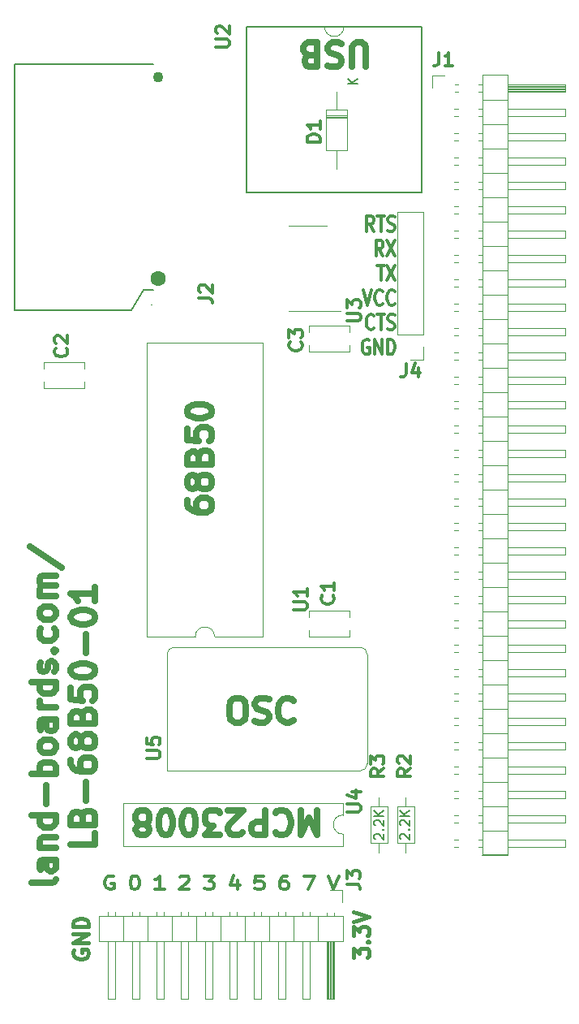
<source format=gto>
G04 #@! TF.GenerationSoftware,KiCad,Pcbnew,(7.0.0)*
G04 #@! TF.CreationDate,2024-08-23T18:02:30-04:00*
G04 #@! TF.ProjectId,LB-68B50-01,4c422d36-3842-4353-902d-30312e6b6963,1*
G04 #@! TF.SameCoordinates,Original*
G04 #@! TF.FileFunction,Legend,Top*
G04 #@! TF.FilePolarity,Positive*
%FSLAX46Y46*%
G04 Gerber Fmt 4.6, Leading zero omitted, Abs format (unit mm)*
G04 Created by KiCad (PCBNEW (7.0.0)) date 2024-08-23 18:02:30*
%MOMM*%
%LPD*%
G01*
G04 APERTURE LIST*
%ADD10C,0.635000*%
%ADD11C,0.300000*%
%ADD12C,0.349250*%
%ADD13C,0.396875*%
%ADD14C,0.150000*%
%ADD15C,0.120000*%
%ADD16C,0.010000*%
%ADD17C,1.100000*%
%ADD18C,1.600000*%
G04 APERTURE END LIST*
D10*
X164120286Y-129953052D02*
X164120286Y-132493052D01*
X164120286Y-132493052D02*
X163273619Y-130678766D01*
X163273619Y-130678766D02*
X162426952Y-132493052D01*
X162426952Y-132493052D02*
X162426952Y-129953052D01*
X159766000Y-130194957D02*
X159886952Y-130074004D01*
X159886952Y-130074004D02*
X160249810Y-129953052D01*
X160249810Y-129953052D02*
X160491714Y-129953052D01*
X160491714Y-129953052D02*
X160854571Y-130074004D01*
X160854571Y-130074004D02*
X161096476Y-130315909D01*
X161096476Y-130315909D02*
X161217429Y-130557814D01*
X161217429Y-130557814D02*
X161338381Y-131041623D01*
X161338381Y-131041623D02*
X161338381Y-131404480D01*
X161338381Y-131404480D02*
X161217429Y-131888290D01*
X161217429Y-131888290D02*
X161096476Y-132130195D01*
X161096476Y-132130195D02*
X160854571Y-132372100D01*
X160854571Y-132372100D02*
X160491714Y-132493052D01*
X160491714Y-132493052D02*
X160249810Y-132493052D01*
X160249810Y-132493052D02*
X159886952Y-132372100D01*
X159886952Y-132372100D02*
X159766000Y-132251147D01*
X158677429Y-129953052D02*
X158677429Y-132493052D01*
X158677429Y-132493052D02*
X157709810Y-132493052D01*
X157709810Y-132493052D02*
X157467905Y-132372100D01*
X157467905Y-132372100D02*
X157346952Y-132251147D01*
X157346952Y-132251147D02*
X157226000Y-132009242D01*
X157226000Y-132009242D02*
X157226000Y-131646385D01*
X157226000Y-131646385D02*
X157346952Y-131404480D01*
X157346952Y-131404480D02*
X157467905Y-131283528D01*
X157467905Y-131283528D02*
X157709810Y-131162576D01*
X157709810Y-131162576D02*
X158677429Y-131162576D01*
X156258381Y-132251147D02*
X156137429Y-132372100D01*
X156137429Y-132372100D02*
X155895524Y-132493052D01*
X155895524Y-132493052D02*
X155290762Y-132493052D01*
X155290762Y-132493052D02*
X155048857Y-132372100D01*
X155048857Y-132372100D02*
X154927905Y-132251147D01*
X154927905Y-132251147D02*
X154806952Y-132009242D01*
X154806952Y-132009242D02*
X154806952Y-131767338D01*
X154806952Y-131767338D02*
X154927905Y-131404480D01*
X154927905Y-131404480D02*
X156379333Y-129953052D01*
X156379333Y-129953052D02*
X154806952Y-129953052D01*
X153960285Y-132493052D02*
X152387904Y-132493052D01*
X152387904Y-132493052D02*
X153234571Y-131525433D01*
X153234571Y-131525433D02*
X152871714Y-131525433D01*
X152871714Y-131525433D02*
X152629809Y-131404480D01*
X152629809Y-131404480D02*
X152508857Y-131283528D01*
X152508857Y-131283528D02*
X152387904Y-131041623D01*
X152387904Y-131041623D02*
X152387904Y-130436861D01*
X152387904Y-130436861D02*
X152508857Y-130194957D01*
X152508857Y-130194957D02*
X152629809Y-130074004D01*
X152629809Y-130074004D02*
X152871714Y-129953052D01*
X152871714Y-129953052D02*
X153597428Y-129953052D01*
X153597428Y-129953052D02*
X153839333Y-130074004D01*
X153839333Y-130074004D02*
X153960285Y-130194957D01*
X150815523Y-132493052D02*
X150573618Y-132493052D01*
X150573618Y-132493052D02*
X150331714Y-132372100D01*
X150331714Y-132372100D02*
X150210761Y-132251147D01*
X150210761Y-132251147D02*
X150089809Y-132009242D01*
X150089809Y-132009242D02*
X149968856Y-131525433D01*
X149968856Y-131525433D02*
X149968856Y-130920671D01*
X149968856Y-130920671D02*
X150089809Y-130436861D01*
X150089809Y-130436861D02*
X150210761Y-130194957D01*
X150210761Y-130194957D02*
X150331714Y-130074004D01*
X150331714Y-130074004D02*
X150573618Y-129953052D01*
X150573618Y-129953052D02*
X150815523Y-129953052D01*
X150815523Y-129953052D02*
X151057428Y-130074004D01*
X151057428Y-130074004D02*
X151178380Y-130194957D01*
X151178380Y-130194957D02*
X151299333Y-130436861D01*
X151299333Y-130436861D02*
X151420285Y-130920671D01*
X151420285Y-130920671D02*
X151420285Y-131525433D01*
X151420285Y-131525433D02*
X151299333Y-132009242D01*
X151299333Y-132009242D02*
X151178380Y-132251147D01*
X151178380Y-132251147D02*
X151057428Y-132372100D01*
X151057428Y-132372100D02*
X150815523Y-132493052D01*
X148396475Y-132493052D02*
X148154570Y-132493052D01*
X148154570Y-132493052D02*
X147912666Y-132372100D01*
X147912666Y-132372100D02*
X147791713Y-132251147D01*
X147791713Y-132251147D02*
X147670761Y-132009242D01*
X147670761Y-132009242D02*
X147549808Y-131525433D01*
X147549808Y-131525433D02*
X147549808Y-130920671D01*
X147549808Y-130920671D02*
X147670761Y-130436861D01*
X147670761Y-130436861D02*
X147791713Y-130194957D01*
X147791713Y-130194957D02*
X147912666Y-130074004D01*
X147912666Y-130074004D02*
X148154570Y-129953052D01*
X148154570Y-129953052D02*
X148396475Y-129953052D01*
X148396475Y-129953052D02*
X148638380Y-130074004D01*
X148638380Y-130074004D02*
X148759332Y-130194957D01*
X148759332Y-130194957D02*
X148880285Y-130436861D01*
X148880285Y-130436861D02*
X149001237Y-130920671D01*
X149001237Y-130920671D02*
X149001237Y-131525433D01*
X149001237Y-131525433D02*
X148880285Y-132009242D01*
X148880285Y-132009242D02*
X148759332Y-132251147D01*
X148759332Y-132251147D02*
X148638380Y-132372100D01*
X148638380Y-132372100D02*
X148396475Y-132493052D01*
X146098379Y-131404480D02*
X146340284Y-131525433D01*
X146340284Y-131525433D02*
X146461237Y-131646385D01*
X146461237Y-131646385D02*
X146582189Y-131888290D01*
X146582189Y-131888290D02*
X146582189Y-132009242D01*
X146582189Y-132009242D02*
X146461237Y-132251147D01*
X146461237Y-132251147D02*
X146340284Y-132372100D01*
X146340284Y-132372100D02*
X146098379Y-132493052D01*
X146098379Y-132493052D02*
X145614570Y-132493052D01*
X145614570Y-132493052D02*
X145372665Y-132372100D01*
X145372665Y-132372100D02*
X145251713Y-132251147D01*
X145251713Y-132251147D02*
X145130760Y-132009242D01*
X145130760Y-132009242D02*
X145130760Y-131888290D01*
X145130760Y-131888290D02*
X145251713Y-131646385D01*
X145251713Y-131646385D02*
X145372665Y-131525433D01*
X145372665Y-131525433D02*
X145614570Y-131404480D01*
X145614570Y-131404480D02*
X146098379Y-131404480D01*
X146098379Y-131404480D02*
X146340284Y-131283528D01*
X146340284Y-131283528D02*
X146461237Y-131162576D01*
X146461237Y-131162576D02*
X146582189Y-130920671D01*
X146582189Y-130920671D02*
X146582189Y-130436861D01*
X146582189Y-130436861D02*
X146461237Y-130194957D01*
X146461237Y-130194957D02*
X146340284Y-130074004D01*
X146340284Y-130074004D02*
X146098379Y-129953052D01*
X146098379Y-129953052D02*
X145614570Y-129953052D01*
X145614570Y-129953052D02*
X145372665Y-130074004D01*
X145372665Y-130074004D02*
X145251713Y-130194957D01*
X145251713Y-130194957D02*
X145130760Y-130436861D01*
X145130760Y-130436861D02*
X145130760Y-130920671D01*
X145130760Y-130920671D02*
X145251713Y-131162576D01*
X145251713Y-131162576D02*
X145372665Y-131283528D01*
X145372665Y-131283528D02*
X145614570Y-131404480D01*
X155545971Y-118255747D02*
X156029780Y-118255747D01*
X156029780Y-118255747D02*
X156271685Y-118376700D01*
X156271685Y-118376700D02*
X156513590Y-118618604D01*
X156513590Y-118618604D02*
X156634542Y-119102414D01*
X156634542Y-119102414D02*
X156634542Y-119949080D01*
X156634542Y-119949080D02*
X156513590Y-120432890D01*
X156513590Y-120432890D02*
X156271685Y-120674795D01*
X156271685Y-120674795D02*
X156029780Y-120795747D01*
X156029780Y-120795747D02*
X155545971Y-120795747D01*
X155545971Y-120795747D02*
X155304066Y-120674795D01*
X155304066Y-120674795D02*
X155062161Y-120432890D01*
X155062161Y-120432890D02*
X154941209Y-119949080D01*
X154941209Y-119949080D02*
X154941209Y-119102414D01*
X154941209Y-119102414D02*
X155062161Y-118618604D01*
X155062161Y-118618604D02*
X155304066Y-118376700D01*
X155304066Y-118376700D02*
X155545971Y-118255747D01*
X157602161Y-120674795D02*
X157965018Y-120795747D01*
X157965018Y-120795747D02*
X158569780Y-120795747D01*
X158569780Y-120795747D02*
X158811685Y-120674795D01*
X158811685Y-120674795D02*
X158932637Y-120553842D01*
X158932637Y-120553842D02*
X159053590Y-120311938D01*
X159053590Y-120311938D02*
X159053590Y-120070033D01*
X159053590Y-120070033D02*
X158932637Y-119828128D01*
X158932637Y-119828128D02*
X158811685Y-119707176D01*
X158811685Y-119707176D02*
X158569780Y-119586223D01*
X158569780Y-119586223D02*
X158085971Y-119465271D01*
X158085971Y-119465271D02*
X157844066Y-119344319D01*
X157844066Y-119344319D02*
X157723113Y-119223366D01*
X157723113Y-119223366D02*
X157602161Y-118981461D01*
X157602161Y-118981461D02*
X157602161Y-118739557D01*
X157602161Y-118739557D02*
X157723113Y-118497652D01*
X157723113Y-118497652D02*
X157844066Y-118376700D01*
X157844066Y-118376700D02*
X158085971Y-118255747D01*
X158085971Y-118255747D02*
X158690732Y-118255747D01*
X158690732Y-118255747D02*
X159053590Y-118376700D01*
X161593590Y-120553842D02*
X161472638Y-120674795D01*
X161472638Y-120674795D02*
X161109780Y-120795747D01*
X161109780Y-120795747D02*
X160867876Y-120795747D01*
X160867876Y-120795747D02*
X160505019Y-120674795D01*
X160505019Y-120674795D02*
X160263114Y-120432890D01*
X160263114Y-120432890D02*
X160142161Y-120190985D01*
X160142161Y-120190985D02*
X160021209Y-119707176D01*
X160021209Y-119707176D02*
X160021209Y-119344319D01*
X160021209Y-119344319D02*
X160142161Y-118860509D01*
X160142161Y-118860509D02*
X160263114Y-118618604D01*
X160263114Y-118618604D02*
X160505019Y-118376700D01*
X160505019Y-118376700D02*
X160867876Y-118255747D01*
X160867876Y-118255747D02*
X161109780Y-118255747D01*
X161109780Y-118255747D02*
X161472638Y-118376700D01*
X161472638Y-118376700D02*
X161593590Y-118497652D01*
D11*
X170021552Y-69548979D02*
X169598218Y-68793027D01*
X169295837Y-69548979D02*
X169295837Y-67961479D01*
X169295837Y-67961479D02*
X169779647Y-67961479D01*
X169779647Y-67961479D02*
X169900599Y-68037075D01*
X169900599Y-68037075D02*
X169961076Y-68112670D01*
X169961076Y-68112670D02*
X170021552Y-68263860D01*
X170021552Y-68263860D02*
X170021552Y-68490646D01*
X170021552Y-68490646D02*
X169961076Y-68641836D01*
X169961076Y-68641836D02*
X169900599Y-68717432D01*
X169900599Y-68717432D02*
X169779647Y-68793027D01*
X169779647Y-68793027D02*
X169295837Y-68793027D01*
X170384409Y-67961479D02*
X171110123Y-67961479D01*
X170747266Y-69548979D02*
X170747266Y-67961479D01*
X171472980Y-69473384D02*
X171654409Y-69548979D01*
X171654409Y-69548979D02*
X171956790Y-69548979D01*
X171956790Y-69548979D02*
X172077742Y-69473384D01*
X172077742Y-69473384D02*
X172138218Y-69397789D01*
X172138218Y-69397789D02*
X172198695Y-69246598D01*
X172198695Y-69246598D02*
X172198695Y-69095408D01*
X172198695Y-69095408D02*
X172138218Y-68944217D01*
X172138218Y-68944217D02*
X172077742Y-68868622D01*
X172077742Y-68868622D02*
X171956790Y-68793027D01*
X171956790Y-68793027D02*
X171714885Y-68717432D01*
X171714885Y-68717432D02*
X171593933Y-68641836D01*
X171593933Y-68641836D02*
X171533456Y-68566241D01*
X171533456Y-68566241D02*
X171472980Y-68415051D01*
X171472980Y-68415051D02*
X171472980Y-68263860D01*
X171472980Y-68263860D02*
X171533456Y-68112670D01*
X171533456Y-68112670D02*
X171593933Y-68037075D01*
X171593933Y-68037075D02*
X171714885Y-67961479D01*
X171714885Y-67961479D02*
X172017266Y-67961479D01*
X172017266Y-67961479D02*
X172198695Y-68037075D01*
X170989171Y-72120729D02*
X170565837Y-71364777D01*
X170263456Y-72120729D02*
X170263456Y-70533229D01*
X170263456Y-70533229D02*
X170747266Y-70533229D01*
X170747266Y-70533229D02*
X170868218Y-70608825D01*
X170868218Y-70608825D02*
X170928695Y-70684420D01*
X170928695Y-70684420D02*
X170989171Y-70835610D01*
X170989171Y-70835610D02*
X170989171Y-71062396D01*
X170989171Y-71062396D02*
X170928695Y-71213586D01*
X170928695Y-71213586D02*
X170868218Y-71289182D01*
X170868218Y-71289182D02*
X170747266Y-71364777D01*
X170747266Y-71364777D02*
X170263456Y-71364777D01*
X171412504Y-70533229D02*
X172259171Y-72120729D01*
X172259171Y-70533229D02*
X171412504Y-72120729D01*
X170384409Y-73104979D02*
X171110123Y-73104979D01*
X170747266Y-74692479D02*
X170747266Y-73104979D01*
X171412504Y-73104979D02*
X172259171Y-74692479D01*
X172259171Y-73104979D02*
X171412504Y-74692479D01*
X168932981Y-75676729D02*
X169356314Y-77264229D01*
X169356314Y-77264229D02*
X169779648Y-75676729D01*
X170928695Y-77113039D02*
X170868219Y-77188634D01*
X170868219Y-77188634D02*
X170686790Y-77264229D01*
X170686790Y-77264229D02*
X170565838Y-77264229D01*
X170565838Y-77264229D02*
X170384409Y-77188634D01*
X170384409Y-77188634D02*
X170263457Y-77037444D01*
X170263457Y-77037444D02*
X170202980Y-76886253D01*
X170202980Y-76886253D02*
X170142504Y-76583872D01*
X170142504Y-76583872D02*
X170142504Y-76357086D01*
X170142504Y-76357086D02*
X170202980Y-76054705D01*
X170202980Y-76054705D02*
X170263457Y-75903515D01*
X170263457Y-75903515D02*
X170384409Y-75752325D01*
X170384409Y-75752325D02*
X170565838Y-75676729D01*
X170565838Y-75676729D02*
X170686790Y-75676729D01*
X170686790Y-75676729D02*
X170868219Y-75752325D01*
X170868219Y-75752325D02*
X170928695Y-75827920D01*
X172198695Y-77113039D02*
X172138219Y-77188634D01*
X172138219Y-77188634D02*
X171956790Y-77264229D01*
X171956790Y-77264229D02*
X171835838Y-77264229D01*
X171835838Y-77264229D02*
X171654409Y-77188634D01*
X171654409Y-77188634D02*
X171533457Y-77037444D01*
X171533457Y-77037444D02*
X171472980Y-76886253D01*
X171472980Y-76886253D02*
X171412504Y-76583872D01*
X171412504Y-76583872D02*
X171412504Y-76357086D01*
X171412504Y-76357086D02*
X171472980Y-76054705D01*
X171472980Y-76054705D02*
X171533457Y-75903515D01*
X171533457Y-75903515D02*
X171654409Y-75752325D01*
X171654409Y-75752325D02*
X171835838Y-75676729D01*
X171835838Y-75676729D02*
X171956790Y-75676729D01*
X171956790Y-75676729D02*
X172138219Y-75752325D01*
X172138219Y-75752325D02*
X172198695Y-75827920D01*
X170021552Y-79684789D02*
X169961076Y-79760384D01*
X169961076Y-79760384D02*
X169779647Y-79835979D01*
X169779647Y-79835979D02*
X169658695Y-79835979D01*
X169658695Y-79835979D02*
X169477266Y-79760384D01*
X169477266Y-79760384D02*
X169356314Y-79609194D01*
X169356314Y-79609194D02*
X169295837Y-79458003D01*
X169295837Y-79458003D02*
X169235361Y-79155622D01*
X169235361Y-79155622D02*
X169235361Y-78928836D01*
X169235361Y-78928836D02*
X169295837Y-78626455D01*
X169295837Y-78626455D02*
X169356314Y-78475265D01*
X169356314Y-78475265D02*
X169477266Y-78324075D01*
X169477266Y-78324075D02*
X169658695Y-78248479D01*
X169658695Y-78248479D02*
X169779647Y-78248479D01*
X169779647Y-78248479D02*
X169961076Y-78324075D01*
X169961076Y-78324075D02*
X170021552Y-78399670D01*
X170384409Y-78248479D02*
X171110123Y-78248479D01*
X170747266Y-79835979D02*
X170747266Y-78248479D01*
X171472980Y-79760384D02*
X171654409Y-79835979D01*
X171654409Y-79835979D02*
X171956790Y-79835979D01*
X171956790Y-79835979D02*
X172077742Y-79760384D01*
X172077742Y-79760384D02*
X172138218Y-79684789D01*
X172138218Y-79684789D02*
X172198695Y-79533598D01*
X172198695Y-79533598D02*
X172198695Y-79382408D01*
X172198695Y-79382408D02*
X172138218Y-79231217D01*
X172138218Y-79231217D02*
X172077742Y-79155622D01*
X172077742Y-79155622D02*
X171956790Y-79080027D01*
X171956790Y-79080027D02*
X171714885Y-79004432D01*
X171714885Y-79004432D02*
X171593933Y-78928836D01*
X171593933Y-78928836D02*
X171533456Y-78853241D01*
X171533456Y-78853241D02*
X171472980Y-78702051D01*
X171472980Y-78702051D02*
X171472980Y-78550860D01*
X171472980Y-78550860D02*
X171533456Y-78399670D01*
X171533456Y-78399670D02*
X171593933Y-78324075D01*
X171593933Y-78324075D02*
X171714885Y-78248479D01*
X171714885Y-78248479D02*
X172017266Y-78248479D01*
X172017266Y-78248479D02*
X172198695Y-78324075D01*
X169537743Y-80895825D02*
X169416790Y-80820229D01*
X169416790Y-80820229D02*
X169235362Y-80820229D01*
X169235362Y-80820229D02*
X169053933Y-80895825D01*
X169053933Y-80895825D02*
X168932981Y-81047015D01*
X168932981Y-81047015D02*
X168872504Y-81198205D01*
X168872504Y-81198205D02*
X168812028Y-81500586D01*
X168812028Y-81500586D02*
X168812028Y-81727372D01*
X168812028Y-81727372D02*
X168872504Y-82029753D01*
X168872504Y-82029753D02*
X168932981Y-82180944D01*
X168932981Y-82180944D02*
X169053933Y-82332134D01*
X169053933Y-82332134D02*
X169235362Y-82407729D01*
X169235362Y-82407729D02*
X169356314Y-82407729D01*
X169356314Y-82407729D02*
X169537743Y-82332134D01*
X169537743Y-82332134D02*
X169598219Y-82256539D01*
X169598219Y-82256539D02*
X169598219Y-81727372D01*
X169598219Y-81727372D02*
X169356314Y-81727372D01*
X170142504Y-82407729D02*
X170142504Y-80820229D01*
X170142504Y-80820229D02*
X170868219Y-82407729D01*
X170868219Y-82407729D02*
X170868219Y-80820229D01*
X171472980Y-82407729D02*
X171472980Y-80820229D01*
X171472980Y-80820229D02*
X171775361Y-80820229D01*
X171775361Y-80820229D02*
X171956790Y-80895825D01*
X171956790Y-80895825D02*
X172077742Y-81047015D01*
X172077742Y-81047015D02*
X172138219Y-81198205D01*
X172138219Y-81198205D02*
X172198695Y-81500586D01*
X172198695Y-81500586D02*
X172198695Y-81727372D01*
X172198695Y-81727372D02*
X172138219Y-82029753D01*
X172138219Y-82029753D02*
X172077742Y-82180944D01*
X172077742Y-82180944D02*
X171956790Y-82332134D01*
X171956790Y-82332134D02*
X171775361Y-82407729D01*
X171775361Y-82407729D02*
X171472980Y-82407729D01*
D12*
X142859036Y-136850755D02*
X142699379Y-136784231D01*
X142699379Y-136784231D02*
X142459893Y-136784231D01*
X142459893Y-136784231D02*
X142220407Y-136850755D01*
X142220407Y-136850755D02*
X142060750Y-136983802D01*
X142060750Y-136983802D02*
X141980921Y-137116850D01*
X141980921Y-137116850D02*
X141901093Y-137382945D01*
X141901093Y-137382945D02*
X141901093Y-137582516D01*
X141901093Y-137582516D02*
X141980921Y-137848612D01*
X141980921Y-137848612D02*
X142060750Y-137981659D01*
X142060750Y-137981659D02*
X142220407Y-138114707D01*
X142220407Y-138114707D02*
X142459893Y-138181231D01*
X142459893Y-138181231D02*
X142619550Y-138181231D01*
X142619550Y-138181231D02*
X142859036Y-138114707D01*
X142859036Y-138114707D02*
X142938864Y-138048183D01*
X142938864Y-138048183D02*
X142938864Y-137582516D01*
X142938864Y-137582516D02*
X142619550Y-137582516D01*
X144982476Y-136784231D02*
X145142133Y-136784231D01*
X145142133Y-136784231D02*
X145301790Y-136850755D01*
X145301790Y-136850755D02*
X145381619Y-136917278D01*
X145381619Y-136917278D02*
X145461447Y-137050326D01*
X145461447Y-137050326D02*
X145541276Y-137316421D01*
X145541276Y-137316421D02*
X145541276Y-137649040D01*
X145541276Y-137649040D02*
X145461447Y-137915135D01*
X145461447Y-137915135D02*
X145381619Y-138048183D01*
X145381619Y-138048183D02*
X145301790Y-138114707D01*
X145301790Y-138114707D02*
X145142133Y-138181231D01*
X145142133Y-138181231D02*
X144982476Y-138181231D01*
X144982476Y-138181231D02*
X144822819Y-138114707D01*
X144822819Y-138114707D02*
X144742990Y-138048183D01*
X144742990Y-138048183D02*
X144663161Y-137915135D01*
X144663161Y-137915135D02*
X144583333Y-137649040D01*
X144583333Y-137649040D02*
X144583333Y-137316421D01*
X144583333Y-137316421D02*
X144663161Y-137050326D01*
X144663161Y-137050326D02*
X144742990Y-136917278D01*
X144742990Y-136917278D02*
X144822819Y-136850755D01*
X144822819Y-136850755D02*
X144982476Y-136784231D01*
X148143687Y-138181231D02*
X147185744Y-138181231D01*
X147664715Y-138181231D02*
X147664715Y-136784231D01*
X147664715Y-136784231D02*
X147505058Y-136983802D01*
X147505058Y-136983802D02*
X147345401Y-137116850D01*
X147345401Y-137116850D02*
X147185744Y-137183374D01*
X149788155Y-136917278D02*
X149867983Y-136850755D01*
X149867983Y-136850755D02*
X150027641Y-136784231D01*
X150027641Y-136784231D02*
X150426783Y-136784231D01*
X150426783Y-136784231D02*
X150586441Y-136850755D01*
X150586441Y-136850755D02*
X150666269Y-136917278D01*
X150666269Y-136917278D02*
X150746098Y-137050326D01*
X150746098Y-137050326D02*
X150746098Y-137183374D01*
X150746098Y-137183374D02*
X150666269Y-137382945D01*
X150666269Y-137382945D02*
X149708326Y-138181231D01*
X149708326Y-138181231D02*
X150746098Y-138181231D01*
X152310737Y-136784231D02*
X153348509Y-136784231D01*
X153348509Y-136784231D02*
X152789709Y-137316421D01*
X152789709Y-137316421D02*
X153029194Y-137316421D01*
X153029194Y-137316421D02*
X153188852Y-137382945D01*
X153188852Y-137382945D02*
X153268680Y-137449469D01*
X153268680Y-137449469D02*
X153348509Y-137582516D01*
X153348509Y-137582516D02*
X153348509Y-137915135D01*
X153348509Y-137915135D02*
X153268680Y-138048183D01*
X153268680Y-138048183D02*
X153188852Y-138114707D01*
X153188852Y-138114707D02*
X153029194Y-138181231D01*
X153029194Y-138181231D02*
X152550223Y-138181231D01*
X152550223Y-138181231D02*
X152390566Y-138114707D01*
X152390566Y-138114707D02*
X152310737Y-138048183D01*
X155791263Y-137249897D02*
X155791263Y-138181231D01*
X155392120Y-136717707D02*
X154992977Y-137715564D01*
X154992977Y-137715564D02*
X156030748Y-137715564D01*
X158473502Y-136784231D02*
X157675216Y-136784231D01*
X157675216Y-136784231D02*
X157595388Y-137449469D01*
X157595388Y-137449469D02*
X157675216Y-137382945D01*
X157675216Y-137382945D02*
X157834874Y-137316421D01*
X157834874Y-137316421D02*
X158234016Y-137316421D01*
X158234016Y-137316421D02*
X158393674Y-137382945D01*
X158393674Y-137382945D02*
X158473502Y-137449469D01*
X158473502Y-137449469D02*
X158553331Y-137582516D01*
X158553331Y-137582516D02*
X158553331Y-137915135D01*
X158553331Y-137915135D02*
X158473502Y-138048183D01*
X158473502Y-138048183D02*
X158393674Y-138114707D01*
X158393674Y-138114707D02*
X158234016Y-138181231D01*
X158234016Y-138181231D02*
X157834874Y-138181231D01*
X157834874Y-138181231D02*
X157675216Y-138114707D01*
X157675216Y-138114707D02*
X157595388Y-138048183D01*
X160996085Y-136784231D02*
X160676770Y-136784231D01*
X160676770Y-136784231D02*
X160517113Y-136850755D01*
X160517113Y-136850755D02*
X160437285Y-136917278D01*
X160437285Y-136917278D02*
X160277627Y-137116850D01*
X160277627Y-137116850D02*
X160197799Y-137382945D01*
X160197799Y-137382945D02*
X160197799Y-137915135D01*
X160197799Y-137915135D02*
X160277627Y-138048183D01*
X160277627Y-138048183D02*
X160357456Y-138114707D01*
X160357456Y-138114707D02*
X160517113Y-138181231D01*
X160517113Y-138181231D02*
X160836427Y-138181231D01*
X160836427Y-138181231D02*
X160996085Y-138114707D01*
X160996085Y-138114707D02*
X161075913Y-138048183D01*
X161075913Y-138048183D02*
X161155742Y-137915135D01*
X161155742Y-137915135D02*
X161155742Y-137582516D01*
X161155742Y-137582516D02*
X161075913Y-137449469D01*
X161075913Y-137449469D02*
X160996085Y-137382945D01*
X160996085Y-137382945D02*
X160836427Y-137316421D01*
X160836427Y-137316421D02*
X160517113Y-137316421D01*
X160517113Y-137316421D02*
X160357456Y-137382945D01*
X160357456Y-137382945D02*
X160277627Y-137449469D01*
X160277627Y-137449469D02*
X160197799Y-137582516D01*
X162720381Y-136784231D02*
X163837981Y-136784231D01*
X163837981Y-136784231D02*
X163119524Y-138181231D01*
X165242964Y-136784231D02*
X165801764Y-138181231D01*
X165801764Y-138181231D02*
X166360564Y-136784231D01*
D13*
X167905717Y-145294652D02*
X167905717Y-144311914D01*
X167905717Y-144311914D02*
X168510479Y-144841080D01*
X168510479Y-144841080D02*
X168510479Y-144614295D01*
X168510479Y-144614295D02*
X168586074Y-144463104D01*
X168586074Y-144463104D02*
X168661670Y-144387509D01*
X168661670Y-144387509D02*
X168812860Y-144311914D01*
X168812860Y-144311914D02*
X169190836Y-144311914D01*
X169190836Y-144311914D02*
X169342027Y-144387509D01*
X169342027Y-144387509D02*
X169417622Y-144463104D01*
X169417622Y-144463104D02*
X169493217Y-144614295D01*
X169493217Y-144614295D02*
X169493217Y-145067866D01*
X169493217Y-145067866D02*
X169417622Y-145219057D01*
X169417622Y-145219057D02*
X169342027Y-145294652D01*
X169342027Y-143631556D02*
X169417622Y-143555961D01*
X169417622Y-143555961D02*
X169493217Y-143631556D01*
X169493217Y-143631556D02*
X169417622Y-143707152D01*
X169417622Y-143707152D02*
X169342027Y-143631556D01*
X169342027Y-143631556D02*
X169493217Y-143631556D01*
X167905717Y-143026795D02*
X167905717Y-142044057D01*
X167905717Y-142044057D02*
X168510479Y-142573223D01*
X168510479Y-142573223D02*
X168510479Y-142346438D01*
X168510479Y-142346438D02*
X168586074Y-142195247D01*
X168586074Y-142195247D02*
X168661670Y-142119652D01*
X168661670Y-142119652D02*
X168812860Y-142044057D01*
X168812860Y-142044057D02*
X169190836Y-142044057D01*
X169190836Y-142044057D02*
X169342027Y-142119652D01*
X169342027Y-142119652D02*
X169417622Y-142195247D01*
X169417622Y-142195247D02*
X169493217Y-142346438D01*
X169493217Y-142346438D02*
X169493217Y-142800009D01*
X169493217Y-142800009D02*
X169417622Y-142951200D01*
X169417622Y-142951200D02*
X169342027Y-143026795D01*
X167905717Y-141590485D02*
X169493217Y-141061318D01*
X169493217Y-141061318D02*
X167905717Y-140532152D01*
X138720513Y-144516323D02*
X138644917Y-144667513D01*
X138644917Y-144667513D02*
X138644917Y-144894299D01*
X138644917Y-144894299D02*
X138720513Y-145121085D01*
X138720513Y-145121085D02*
X138871703Y-145272275D01*
X138871703Y-145272275D02*
X139022893Y-145347870D01*
X139022893Y-145347870D02*
X139325274Y-145423466D01*
X139325274Y-145423466D02*
X139552060Y-145423466D01*
X139552060Y-145423466D02*
X139854441Y-145347870D01*
X139854441Y-145347870D02*
X140005632Y-145272275D01*
X140005632Y-145272275D02*
X140156822Y-145121085D01*
X140156822Y-145121085D02*
X140232417Y-144894299D01*
X140232417Y-144894299D02*
X140232417Y-144743108D01*
X140232417Y-144743108D02*
X140156822Y-144516323D01*
X140156822Y-144516323D02*
X140081227Y-144440727D01*
X140081227Y-144440727D02*
X139552060Y-144440727D01*
X139552060Y-144440727D02*
X139552060Y-144743108D01*
X140232417Y-143760370D02*
X138644917Y-143760370D01*
X138644917Y-143760370D02*
X140232417Y-142853227D01*
X140232417Y-142853227D02*
X138644917Y-142853227D01*
X140232417Y-142097275D02*
X138644917Y-142097275D01*
X138644917Y-142097275D02*
X138644917Y-141719299D01*
X138644917Y-141719299D02*
X138720513Y-141492513D01*
X138720513Y-141492513D02*
X138871703Y-141341323D01*
X138871703Y-141341323D02*
X139022893Y-141265728D01*
X139022893Y-141265728D02*
X139325274Y-141190132D01*
X139325274Y-141190132D02*
X139552060Y-141190132D01*
X139552060Y-141190132D02*
X139854441Y-141265728D01*
X139854441Y-141265728D02*
X140005632Y-141341323D01*
X140005632Y-141341323D02*
X140156822Y-141492513D01*
X140156822Y-141492513D02*
X140232417Y-141719299D01*
X140232417Y-141719299D02*
X140232417Y-142097275D01*
D10*
X150539147Y-97632762D02*
X150539147Y-98116572D01*
X150539147Y-98116572D02*
X150660100Y-98358476D01*
X150660100Y-98358476D02*
X150781052Y-98479429D01*
X150781052Y-98479429D02*
X151143909Y-98721334D01*
X151143909Y-98721334D02*
X151627719Y-98842286D01*
X151627719Y-98842286D02*
X152595338Y-98842286D01*
X152595338Y-98842286D02*
X152837242Y-98721334D01*
X152837242Y-98721334D02*
X152958195Y-98600381D01*
X152958195Y-98600381D02*
X153079147Y-98358476D01*
X153079147Y-98358476D02*
X153079147Y-97874667D01*
X153079147Y-97874667D02*
X152958195Y-97632762D01*
X152958195Y-97632762D02*
X152837242Y-97511810D01*
X152837242Y-97511810D02*
X152595338Y-97390857D01*
X152595338Y-97390857D02*
X151990576Y-97390857D01*
X151990576Y-97390857D02*
X151748671Y-97511810D01*
X151748671Y-97511810D02*
X151627719Y-97632762D01*
X151627719Y-97632762D02*
X151506766Y-97874667D01*
X151506766Y-97874667D02*
X151506766Y-98358476D01*
X151506766Y-98358476D02*
X151627719Y-98600381D01*
X151627719Y-98600381D02*
X151748671Y-98721334D01*
X151748671Y-98721334D02*
X151990576Y-98842286D01*
X151627719Y-95939428D02*
X151506766Y-96181333D01*
X151506766Y-96181333D02*
X151385814Y-96302286D01*
X151385814Y-96302286D02*
X151143909Y-96423238D01*
X151143909Y-96423238D02*
X151022957Y-96423238D01*
X151022957Y-96423238D02*
X150781052Y-96302286D01*
X150781052Y-96302286D02*
X150660100Y-96181333D01*
X150660100Y-96181333D02*
X150539147Y-95939428D01*
X150539147Y-95939428D02*
X150539147Y-95455619D01*
X150539147Y-95455619D02*
X150660100Y-95213714D01*
X150660100Y-95213714D02*
X150781052Y-95092762D01*
X150781052Y-95092762D02*
X151022957Y-94971809D01*
X151022957Y-94971809D02*
X151143909Y-94971809D01*
X151143909Y-94971809D02*
X151385814Y-95092762D01*
X151385814Y-95092762D02*
X151506766Y-95213714D01*
X151506766Y-95213714D02*
X151627719Y-95455619D01*
X151627719Y-95455619D02*
X151627719Y-95939428D01*
X151627719Y-95939428D02*
X151748671Y-96181333D01*
X151748671Y-96181333D02*
X151869623Y-96302286D01*
X151869623Y-96302286D02*
X152111528Y-96423238D01*
X152111528Y-96423238D02*
X152595338Y-96423238D01*
X152595338Y-96423238D02*
X152837242Y-96302286D01*
X152837242Y-96302286D02*
X152958195Y-96181333D01*
X152958195Y-96181333D02*
X153079147Y-95939428D01*
X153079147Y-95939428D02*
X153079147Y-95455619D01*
X153079147Y-95455619D02*
X152958195Y-95213714D01*
X152958195Y-95213714D02*
X152837242Y-95092762D01*
X152837242Y-95092762D02*
X152595338Y-94971809D01*
X152595338Y-94971809D02*
X152111528Y-94971809D01*
X152111528Y-94971809D02*
X151869623Y-95092762D01*
X151869623Y-95092762D02*
X151748671Y-95213714D01*
X151748671Y-95213714D02*
X151627719Y-95455619D01*
X151748671Y-93036571D02*
X151869623Y-92673714D01*
X151869623Y-92673714D02*
X151990576Y-92552761D01*
X151990576Y-92552761D02*
X152232480Y-92431809D01*
X152232480Y-92431809D02*
X152595338Y-92431809D01*
X152595338Y-92431809D02*
X152837242Y-92552761D01*
X152837242Y-92552761D02*
X152958195Y-92673714D01*
X152958195Y-92673714D02*
X153079147Y-92915619D01*
X153079147Y-92915619D02*
X153079147Y-93883238D01*
X153079147Y-93883238D02*
X150539147Y-93883238D01*
X150539147Y-93883238D02*
X150539147Y-93036571D01*
X150539147Y-93036571D02*
X150660100Y-92794666D01*
X150660100Y-92794666D02*
X150781052Y-92673714D01*
X150781052Y-92673714D02*
X151022957Y-92552761D01*
X151022957Y-92552761D02*
X151264861Y-92552761D01*
X151264861Y-92552761D02*
X151506766Y-92673714D01*
X151506766Y-92673714D02*
X151627719Y-92794666D01*
X151627719Y-92794666D02*
X151748671Y-93036571D01*
X151748671Y-93036571D02*
X151748671Y-93883238D01*
X150539147Y-90133714D02*
X150539147Y-91343238D01*
X150539147Y-91343238D02*
X151748671Y-91464190D01*
X151748671Y-91464190D02*
X151627719Y-91343238D01*
X151627719Y-91343238D02*
X151506766Y-91101333D01*
X151506766Y-91101333D02*
X151506766Y-90496571D01*
X151506766Y-90496571D02*
X151627719Y-90254666D01*
X151627719Y-90254666D02*
X151748671Y-90133714D01*
X151748671Y-90133714D02*
X151990576Y-90012761D01*
X151990576Y-90012761D02*
X152595338Y-90012761D01*
X152595338Y-90012761D02*
X152837242Y-90133714D01*
X152837242Y-90133714D02*
X152958195Y-90254666D01*
X152958195Y-90254666D02*
X153079147Y-90496571D01*
X153079147Y-90496571D02*
X153079147Y-91101333D01*
X153079147Y-91101333D02*
X152958195Y-91343238D01*
X152958195Y-91343238D02*
X152837242Y-91464190D01*
X150539147Y-88440380D02*
X150539147Y-88198475D01*
X150539147Y-88198475D02*
X150660100Y-87956571D01*
X150660100Y-87956571D02*
X150781052Y-87835618D01*
X150781052Y-87835618D02*
X151022957Y-87714666D01*
X151022957Y-87714666D02*
X151506766Y-87593713D01*
X151506766Y-87593713D02*
X152111528Y-87593713D01*
X152111528Y-87593713D02*
X152595338Y-87714666D01*
X152595338Y-87714666D02*
X152837242Y-87835618D01*
X152837242Y-87835618D02*
X152958195Y-87956571D01*
X152958195Y-87956571D02*
X153079147Y-88198475D01*
X153079147Y-88198475D02*
X153079147Y-88440380D01*
X153079147Y-88440380D02*
X152958195Y-88682285D01*
X152958195Y-88682285D02*
X152837242Y-88803237D01*
X152837242Y-88803237D02*
X152595338Y-88924190D01*
X152595338Y-88924190D02*
X152111528Y-89045142D01*
X152111528Y-89045142D02*
X151506766Y-89045142D01*
X151506766Y-89045142D02*
X151022957Y-88924190D01*
X151022957Y-88924190D02*
X150781052Y-88803237D01*
X150781052Y-88803237D02*
X150660100Y-88682285D01*
X150660100Y-88682285D02*
X150539147Y-88440380D01*
X136797747Y-137135807D02*
X136676795Y-137377712D01*
X136676795Y-137377712D02*
X136434890Y-137498665D01*
X136434890Y-137498665D02*
X134257747Y-137498665D01*
X136797747Y-135079617D02*
X135467271Y-135079617D01*
X135467271Y-135079617D02*
X135225366Y-135200570D01*
X135225366Y-135200570D02*
X135104414Y-135442474D01*
X135104414Y-135442474D02*
X135104414Y-135926284D01*
X135104414Y-135926284D02*
X135225366Y-136168189D01*
X136676795Y-135079617D02*
X136797747Y-135321522D01*
X136797747Y-135321522D02*
X136797747Y-135926284D01*
X136797747Y-135926284D02*
X136676795Y-136168189D01*
X136676795Y-136168189D02*
X136434890Y-136289141D01*
X136434890Y-136289141D02*
X136192985Y-136289141D01*
X136192985Y-136289141D02*
X135951080Y-136168189D01*
X135951080Y-136168189D02*
X135830128Y-135926284D01*
X135830128Y-135926284D02*
X135830128Y-135321522D01*
X135830128Y-135321522D02*
X135709176Y-135079617D01*
X135104414Y-133870094D02*
X136797747Y-133870094D01*
X135346319Y-133870094D02*
X135225366Y-133749141D01*
X135225366Y-133749141D02*
X135104414Y-133507236D01*
X135104414Y-133507236D02*
X135104414Y-133144379D01*
X135104414Y-133144379D02*
X135225366Y-132902475D01*
X135225366Y-132902475D02*
X135467271Y-132781522D01*
X135467271Y-132781522D02*
X136797747Y-132781522D01*
X136797747Y-130483427D02*
X134257747Y-130483427D01*
X136676795Y-130483427D02*
X136797747Y-130725332D01*
X136797747Y-130725332D02*
X136797747Y-131209141D01*
X136797747Y-131209141D02*
X136676795Y-131451046D01*
X136676795Y-131451046D02*
X136555842Y-131571999D01*
X136555842Y-131571999D02*
X136313938Y-131692951D01*
X136313938Y-131692951D02*
X135588223Y-131692951D01*
X135588223Y-131692951D02*
X135346319Y-131571999D01*
X135346319Y-131571999D02*
X135225366Y-131451046D01*
X135225366Y-131451046D02*
X135104414Y-131209141D01*
X135104414Y-131209141D02*
X135104414Y-130725332D01*
X135104414Y-130725332D02*
X135225366Y-130483427D01*
X135830128Y-129273904D02*
X135830128Y-127338666D01*
X136797747Y-126129142D02*
X134257747Y-126129142D01*
X135225366Y-126129142D02*
X135104414Y-125887237D01*
X135104414Y-125887237D02*
X135104414Y-125403427D01*
X135104414Y-125403427D02*
X135225366Y-125161523D01*
X135225366Y-125161523D02*
X135346319Y-125040570D01*
X135346319Y-125040570D02*
X135588223Y-124919618D01*
X135588223Y-124919618D02*
X136313938Y-124919618D01*
X136313938Y-124919618D02*
X136555842Y-125040570D01*
X136555842Y-125040570D02*
X136676795Y-125161523D01*
X136676795Y-125161523D02*
X136797747Y-125403427D01*
X136797747Y-125403427D02*
X136797747Y-125887237D01*
X136797747Y-125887237D02*
X136676795Y-126129142D01*
X136797747Y-123468189D02*
X136676795Y-123710094D01*
X136676795Y-123710094D02*
X136555842Y-123831047D01*
X136555842Y-123831047D02*
X136313938Y-123951999D01*
X136313938Y-123951999D02*
X135588223Y-123951999D01*
X135588223Y-123951999D02*
X135346319Y-123831047D01*
X135346319Y-123831047D02*
X135225366Y-123710094D01*
X135225366Y-123710094D02*
X135104414Y-123468189D01*
X135104414Y-123468189D02*
X135104414Y-123105332D01*
X135104414Y-123105332D02*
X135225366Y-122863428D01*
X135225366Y-122863428D02*
X135346319Y-122742475D01*
X135346319Y-122742475D02*
X135588223Y-122621523D01*
X135588223Y-122621523D02*
X136313938Y-122621523D01*
X136313938Y-122621523D02*
X136555842Y-122742475D01*
X136555842Y-122742475D02*
X136676795Y-122863428D01*
X136676795Y-122863428D02*
X136797747Y-123105332D01*
X136797747Y-123105332D02*
X136797747Y-123468189D01*
X136797747Y-120444380D02*
X135467271Y-120444380D01*
X135467271Y-120444380D02*
X135225366Y-120565333D01*
X135225366Y-120565333D02*
X135104414Y-120807237D01*
X135104414Y-120807237D02*
X135104414Y-121291047D01*
X135104414Y-121291047D02*
X135225366Y-121532952D01*
X136676795Y-120444380D02*
X136797747Y-120686285D01*
X136797747Y-120686285D02*
X136797747Y-121291047D01*
X136797747Y-121291047D02*
X136676795Y-121532952D01*
X136676795Y-121532952D02*
X136434890Y-121653904D01*
X136434890Y-121653904D02*
X136192985Y-121653904D01*
X136192985Y-121653904D02*
X135951080Y-121532952D01*
X135951080Y-121532952D02*
X135830128Y-121291047D01*
X135830128Y-121291047D02*
X135830128Y-120686285D01*
X135830128Y-120686285D02*
X135709176Y-120444380D01*
X136797747Y-119234857D02*
X135104414Y-119234857D01*
X135588223Y-119234857D02*
X135346319Y-119113904D01*
X135346319Y-119113904D02*
X135225366Y-118992952D01*
X135225366Y-118992952D02*
X135104414Y-118751047D01*
X135104414Y-118751047D02*
X135104414Y-118509142D01*
X136797747Y-116573904D02*
X134257747Y-116573904D01*
X136676795Y-116573904D02*
X136797747Y-116815809D01*
X136797747Y-116815809D02*
X136797747Y-117299618D01*
X136797747Y-117299618D02*
X136676795Y-117541523D01*
X136676795Y-117541523D02*
X136555842Y-117662476D01*
X136555842Y-117662476D02*
X136313938Y-117783428D01*
X136313938Y-117783428D02*
X135588223Y-117783428D01*
X135588223Y-117783428D02*
X135346319Y-117662476D01*
X135346319Y-117662476D02*
X135225366Y-117541523D01*
X135225366Y-117541523D02*
X135104414Y-117299618D01*
X135104414Y-117299618D02*
X135104414Y-116815809D01*
X135104414Y-116815809D02*
X135225366Y-116573904D01*
X136676795Y-115485333D02*
X136797747Y-115243428D01*
X136797747Y-115243428D02*
X136797747Y-114759619D01*
X136797747Y-114759619D02*
X136676795Y-114517714D01*
X136676795Y-114517714D02*
X136434890Y-114396762D01*
X136434890Y-114396762D02*
X136313938Y-114396762D01*
X136313938Y-114396762D02*
X136072033Y-114517714D01*
X136072033Y-114517714D02*
X135951080Y-114759619D01*
X135951080Y-114759619D02*
X135951080Y-115122476D01*
X135951080Y-115122476D02*
X135830128Y-115364381D01*
X135830128Y-115364381D02*
X135588223Y-115485333D01*
X135588223Y-115485333D02*
X135467271Y-115485333D01*
X135467271Y-115485333D02*
X135225366Y-115364381D01*
X135225366Y-115364381D02*
X135104414Y-115122476D01*
X135104414Y-115122476D02*
X135104414Y-114759619D01*
X135104414Y-114759619D02*
X135225366Y-114517714D01*
X136555842Y-113308191D02*
X136676795Y-113187238D01*
X136676795Y-113187238D02*
X136797747Y-113308191D01*
X136797747Y-113308191D02*
X136676795Y-113429143D01*
X136676795Y-113429143D02*
X136555842Y-113308191D01*
X136555842Y-113308191D02*
X136797747Y-113308191D01*
X136676795Y-111010095D02*
X136797747Y-111252000D01*
X136797747Y-111252000D02*
X136797747Y-111735809D01*
X136797747Y-111735809D02*
X136676795Y-111977714D01*
X136676795Y-111977714D02*
X136555842Y-112098667D01*
X136555842Y-112098667D02*
X136313938Y-112219619D01*
X136313938Y-112219619D02*
X135588223Y-112219619D01*
X135588223Y-112219619D02*
X135346319Y-112098667D01*
X135346319Y-112098667D02*
X135225366Y-111977714D01*
X135225366Y-111977714D02*
X135104414Y-111735809D01*
X135104414Y-111735809D02*
X135104414Y-111252000D01*
X135104414Y-111252000D02*
X135225366Y-111010095D01*
X136797747Y-109558666D02*
X136676795Y-109800571D01*
X136676795Y-109800571D02*
X136555842Y-109921524D01*
X136555842Y-109921524D02*
X136313938Y-110042476D01*
X136313938Y-110042476D02*
X135588223Y-110042476D01*
X135588223Y-110042476D02*
X135346319Y-109921524D01*
X135346319Y-109921524D02*
X135225366Y-109800571D01*
X135225366Y-109800571D02*
X135104414Y-109558666D01*
X135104414Y-109558666D02*
X135104414Y-109195809D01*
X135104414Y-109195809D02*
X135225366Y-108953905D01*
X135225366Y-108953905D02*
X135346319Y-108832952D01*
X135346319Y-108832952D02*
X135588223Y-108712000D01*
X135588223Y-108712000D02*
X136313938Y-108712000D01*
X136313938Y-108712000D02*
X136555842Y-108832952D01*
X136555842Y-108832952D02*
X136676795Y-108953905D01*
X136676795Y-108953905D02*
X136797747Y-109195809D01*
X136797747Y-109195809D02*
X136797747Y-109558666D01*
X136797747Y-107623429D02*
X135104414Y-107623429D01*
X135346319Y-107623429D02*
X135225366Y-107502476D01*
X135225366Y-107502476D02*
X135104414Y-107260571D01*
X135104414Y-107260571D02*
X135104414Y-106897714D01*
X135104414Y-106897714D02*
X135225366Y-106655810D01*
X135225366Y-106655810D02*
X135467271Y-106534857D01*
X135467271Y-106534857D02*
X136797747Y-106534857D01*
X135467271Y-106534857D02*
X135225366Y-106413905D01*
X135225366Y-106413905D02*
X135104414Y-106172000D01*
X135104414Y-106172000D02*
X135104414Y-105809143D01*
X135104414Y-105809143D02*
X135225366Y-105567238D01*
X135225366Y-105567238D02*
X135467271Y-105446286D01*
X135467271Y-105446286D02*
X136797747Y-105446286D01*
X134136795Y-102422476D02*
X137402509Y-104599619D01*
X140912547Y-132297715D02*
X140912547Y-133507239D01*
X140912547Y-133507239D02*
X138372547Y-133507239D01*
X139582071Y-130604382D02*
X139703023Y-130241525D01*
X139703023Y-130241525D02*
X139823976Y-130120572D01*
X139823976Y-130120572D02*
X140065880Y-129999620D01*
X140065880Y-129999620D02*
X140428738Y-129999620D01*
X140428738Y-129999620D02*
X140670642Y-130120572D01*
X140670642Y-130120572D02*
X140791595Y-130241525D01*
X140791595Y-130241525D02*
X140912547Y-130483430D01*
X140912547Y-130483430D02*
X140912547Y-131451049D01*
X140912547Y-131451049D02*
X138372547Y-131451049D01*
X138372547Y-131451049D02*
X138372547Y-130604382D01*
X138372547Y-130604382D02*
X138493500Y-130362477D01*
X138493500Y-130362477D02*
X138614452Y-130241525D01*
X138614452Y-130241525D02*
X138856357Y-130120572D01*
X138856357Y-130120572D02*
X139098261Y-130120572D01*
X139098261Y-130120572D02*
X139340166Y-130241525D01*
X139340166Y-130241525D02*
X139461119Y-130362477D01*
X139461119Y-130362477D02*
X139582071Y-130604382D01*
X139582071Y-130604382D02*
X139582071Y-131451049D01*
X139944928Y-128911049D02*
X139944928Y-126975811D01*
X138372547Y-124677715D02*
X138372547Y-125161525D01*
X138372547Y-125161525D02*
X138493500Y-125403429D01*
X138493500Y-125403429D02*
X138614452Y-125524382D01*
X138614452Y-125524382D02*
X138977309Y-125766287D01*
X138977309Y-125766287D02*
X139461119Y-125887239D01*
X139461119Y-125887239D02*
X140428738Y-125887239D01*
X140428738Y-125887239D02*
X140670642Y-125766287D01*
X140670642Y-125766287D02*
X140791595Y-125645334D01*
X140791595Y-125645334D02*
X140912547Y-125403429D01*
X140912547Y-125403429D02*
X140912547Y-124919620D01*
X140912547Y-124919620D02*
X140791595Y-124677715D01*
X140791595Y-124677715D02*
X140670642Y-124556763D01*
X140670642Y-124556763D02*
X140428738Y-124435810D01*
X140428738Y-124435810D02*
X139823976Y-124435810D01*
X139823976Y-124435810D02*
X139582071Y-124556763D01*
X139582071Y-124556763D02*
X139461119Y-124677715D01*
X139461119Y-124677715D02*
X139340166Y-124919620D01*
X139340166Y-124919620D02*
X139340166Y-125403429D01*
X139340166Y-125403429D02*
X139461119Y-125645334D01*
X139461119Y-125645334D02*
X139582071Y-125766287D01*
X139582071Y-125766287D02*
X139823976Y-125887239D01*
X139461119Y-122984381D02*
X139340166Y-123226286D01*
X139340166Y-123226286D02*
X139219214Y-123347239D01*
X139219214Y-123347239D02*
X138977309Y-123468191D01*
X138977309Y-123468191D02*
X138856357Y-123468191D01*
X138856357Y-123468191D02*
X138614452Y-123347239D01*
X138614452Y-123347239D02*
X138493500Y-123226286D01*
X138493500Y-123226286D02*
X138372547Y-122984381D01*
X138372547Y-122984381D02*
X138372547Y-122500572D01*
X138372547Y-122500572D02*
X138493500Y-122258667D01*
X138493500Y-122258667D02*
X138614452Y-122137715D01*
X138614452Y-122137715D02*
X138856357Y-122016762D01*
X138856357Y-122016762D02*
X138977309Y-122016762D01*
X138977309Y-122016762D02*
X139219214Y-122137715D01*
X139219214Y-122137715D02*
X139340166Y-122258667D01*
X139340166Y-122258667D02*
X139461119Y-122500572D01*
X139461119Y-122500572D02*
X139461119Y-122984381D01*
X139461119Y-122984381D02*
X139582071Y-123226286D01*
X139582071Y-123226286D02*
X139703023Y-123347239D01*
X139703023Y-123347239D02*
X139944928Y-123468191D01*
X139944928Y-123468191D02*
X140428738Y-123468191D01*
X140428738Y-123468191D02*
X140670642Y-123347239D01*
X140670642Y-123347239D02*
X140791595Y-123226286D01*
X140791595Y-123226286D02*
X140912547Y-122984381D01*
X140912547Y-122984381D02*
X140912547Y-122500572D01*
X140912547Y-122500572D02*
X140791595Y-122258667D01*
X140791595Y-122258667D02*
X140670642Y-122137715D01*
X140670642Y-122137715D02*
X140428738Y-122016762D01*
X140428738Y-122016762D02*
X139944928Y-122016762D01*
X139944928Y-122016762D02*
X139703023Y-122137715D01*
X139703023Y-122137715D02*
X139582071Y-122258667D01*
X139582071Y-122258667D02*
X139461119Y-122500572D01*
X139582071Y-120081524D02*
X139703023Y-119718667D01*
X139703023Y-119718667D02*
X139823976Y-119597714D01*
X139823976Y-119597714D02*
X140065880Y-119476762D01*
X140065880Y-119476762D02*
X140428738Y-119476762D01*
X140428738Y-119476762D02*
X140670642Y-119597714D01*
X140670642Y-119597714D02*
X140791595Y-119718667D01*
X140791595Y-119718667D02*
X140912547Y-119960572D01*
X140912547Y-119960572D02*
X140912547Y-120928191D01*
X140912547Y-120928191D02*
X138372547Y-120928191D01*
X138372547Y-120928191D02*
X138372547Y-120081524D01*
X138372547Y-120081524D02*
X138493500Y-119839619D01*
X138493500Y-119839619D02*
X138614452Y-119718667D01*
X138614452Y-119718667D02*
X138856357Y-119597714D01*
X138856357Y-119597714D02*
X139098261Y-119597714D01*
X139098261Y-119597714D02*
X139340166Y-119718667D01*
X139340166Y-119718667D02*
X139461119Y-119839619D01*
X139461119Y-119839619D02*
X139582071Y-120081524D01*
X139582071Y-120081524D02*
X139582071Y-120928191D01*
X138372547Y-117178667D02*
X138372547Y-118388191D01*
X138372547Y-118388191D02*
X139582071Y-118509143D01*
X139582071Y-118509143D02*
X139461119Y-118388191D01*
X139461119Y-118388191D02*
X139340166Y-118146286D01*
X139340166Y-118146286D02*
X139340166Y-117541524D01*
X139340166Y-117541524D02*
X139461119Y-117299619D01*
X139461119Y-117299619D02*
X139582071Y-117178667D01*
X139582071Y-117178667D02*
X139823976Y-117057714D01*
X139823976Y-117057714D02*
X140428738Y-117057714D01*
X140428738Y-117057714D02*
X140670642Y-117178667D01*
X140670642Y-117178667D02*
X140791595Y-117299619D01*
X140791595Y-117299619D02*
X140912547Y-117541524D01*
X140912547Y-117541524D02*
X140912547Y-118146286D01*
X140912547Y-118146286D02*
X140791595Y-118388191D01*
X140791595Y-118388191D02*
X140670642Y-118509143D01*
X138372547Y-115485333D02*
X138372547Y-115243428D01*
X138372547Y-115243428D02*
X138493500Y-115001524D01*
X138493500Y-115001524D02*
X138614452Y-114880571D01*
X138614452Y-114880571D02*
X138856357Y-114759619D01*
X138856357Y-114759619D02*
X139340166Y-114638666D01*
X139340166Y-114638666D02*
X139944928Y-114638666D01*
X139944928Y-114638666D02*
X140428738Y-114759619D01*
X140428738Y-114759619D02*
X140670642Y-114880571D01*
X140670642Y-114880571D02*
X140791595Y-115001524D01*
X140791595Y-115001524D02*
X140912547Y-115243428D01*
X140912547Y-115243428D02*
X140912547Y-115485333D01*
X140912547Y-115485333D02*
X140791595Y-115727238D01*
X140791595Y-115727238D02*
X140670642Y-115848190D01*
X140670642Y-115848190D02*
X140428738Y-115969143D01*
X140428738Y-115969143D02*
X139944928Y-116090095D01*
X139944928Y-116090095D02*
X139340166Y-116090095D01*
X139340166Y-116090095D02*
X138856357Y-115969143D01*
X138856357Y-115969143D02*
X138614452Y-115848190D01*
X138614452Y-115848190D02*
X138493500Y-115727238D01*
X138493500Y-115727238D02*
X138372547Y-115485333D01*
X139944928Y-113550095D02*
X139944928Y-111614857D01*
X138372547Y-109921523D02*
X138372547Y-109679618D01*
X138372547Y-109679618D02*
X138493500Y-109437714D01*
X138493500Y-109437714D02*
X138614452Y-109316761D01*
X138614452Y-109316761D02*
X138856357Y-109195809D01*
X138856357Y-109195809D02*
X139340166Y-109074856D01*
X139340166Y-109074856D02*
X139944928Y-109074856D01*
X139944928Y-109074856D02*
X140428738Y-109195809D01*
X140428738Y-109195809D02*
X140670642Y-109316761D01*
X140670642Y-109316761D02*
X140791595Y-109437714D01*
X140791595Y-109437714D02*
X140912547Y-109679618D01*
X140912547Y-109679618D02*
X140912547Y-109921523D01*
X140912547Y-109921523D02*
X140791595Y-110163428D01*
X140791595Y-110163428D02*
X140670642Y-110284380D01*
X140670642Y-110284380D02*
X140428738Y-110405333D01*
X140428738Y-110405333D02*
X139944928Y-110526285D01*
X139944928Y-110526285D02*
X139340166Y-110526285D01*
X139340166Y-110526285D02*
X138856357Y-110405333D01*
X138856357Y-110405333D02*
X138614452Y-110284380D01*
X138614452Y-110284380D02*
X138493500Y-110163428D01*
X138493500Y-110163428D02*
X138372547Y-109921523D01*
X140912547Y-106655808D02*
X140912547Y-108107237D01*
X140912547Y-107381523D02*
X138372547Y-107381523D01*
X138372547Y-107381523D02*
X138735404Y-107623427D01*
X138735404Y-107623427D02*
X138977309Y-107865332D01*
X138977309Y-107865332D02*
X139098261Y-108107237D01*
X169194238Y-52406852D02*
X169194238Y-50350661D01*
X169194238Y-50350661D02*
X169073285Y-50108757D01*
X169073285Y-50108757D02*
X168952333Y-49987804D01*
X168952333Y-49987804D02*
X168710428Y-49866852D01*
X168710428Y-49866852D02*
X168226619Y-49866852D01*
X168226619Y-49866852D02*
X167984714Y-49987804D01*
X167984714Y-49987804D02*
X167863761Y-50108757D01*
X167863761Y-50108757D02*
X167742809Y-50350661D01*
X167742809Y-50350661D02*
X167742809Y-52406852D01*
X166654238Y-49987804D02*
X166291381Y-49866852D01*
X166291381Y-49866852D02*
X165686619Y-49866852D01*
X165686619Y-49866852D02*
X165444714Y-49987804D01*
X165444714Y-49987804D02*
X165323762Y-50108757D01*
X165323762Y-50108757D02*
X165202809Y-50350661D01*
X165202809Y-50350661D02*
X165202809Y-50592566D01*
X165202809Y-50592566D02*
X165323762Y-50834471D01*
X165323762Y-50834471D02*
X165444714Y-50955423D01*
X165444714Y-50955423D02*
X165686619Y-51076376D01*
X165686619Y-51076376D02*
X166170428Y-51197328D01*
X166170428Y-51197328D02*
X166412333Y-51318280D01*
X166412333Y-51318280D02*
X166533286Y-51439233D01*
X166533286Y-51439233D02*
X166654238Y-51681138D01*
X166654238Y-51681138D02*
X166654238Y-51923042D01*
X166654238Y-51923042D02*
X166533286Y-52164947D01*
X166533286Y-52164947D02*
X166412333Y-52285900D01*
X166412333Y-52285900D02*
X166170428Y-52406852D01*
X166170428Y-52406852D02*
X165565667Y-52406852D01*
X165565667Y-52406852D02*
X165202809Y-52285900D01*
X163267571Y-51197328D02*
X162904714Y-51076376D01*
X162904714Y-51076376D02*
X162783761Y-50955423D01*
X162783761Y-50955423D02*
X162662809Y-50713519D01*
X162662809Y-50713519D02*
X162662809Y-50350661D01*
X162662809Y-50350661D02*
X162783761Y-50108757D01*
X162783761Y-50108757D02*
X162904714Y-49987804D01*
X162904714Y-49987804D02*
X163146619Y-49866852D01*
X163146619Y-49866852D02*
X164114238Y-49866852D01*
X164114238Y-49866852D02*
X164114238Y-52406852D01*
X164114238Y-52406852D02*
X163267571Y-52406852D01*
X163267571Y-52406852D02*
X163025666Y-52285900D01*
X163025666Y-52285900D02*
X162904714Y-52164947D01*
X162904714Y-52164947D02*
X162783761Y-51923042D01*
X162783761Y-51923042D02*
X162783761Y-51681138D01*
X162783761Y-51681138D02*
X162904714Y-51439233D01*
X162904714Y-51439233D02*
X163025666Y-51318280D01*
X163025666Y-51318280D02*
X163267571Y-51197328D01*
X163267571Y-51197328D02*
X164114238Y-51197328D01*
D12*
X167238831Y-78915380D02*
X168369735Y-78915380D01*
X168369735Y-78915380D02*
X168502783Y-78848857D01*
X168502783Y-78848857D02*
X168569307Y-78782333D01*
X168569307Y-78782333D02*
X168635831Y-78649285D01*
X168635831Y-78649285D02*
X168635831Y-78383190D01*
X168635831Y-78383190D02*
X168569307Y-78250142D01*
X168569307Y-78250142D02*
X168502783Y-78183619D01*
X168502783Y-78183619D02*
X168369735Y-78117095D01*
X168369735Y-78117095D02*
X167238831Y-78117095D01*
X167238831Y-77584904D02*
X167238831Y-76720095D01*
X167238831Y-76720095D02*
X167771021Y-77185761D01*
X167771021Y-77185761D02*
X167771021Y-76986190D01*
X167771021Y-76986190D02*
X167837545Y-76853142D01*
X167837545Y-76853142D02*
X167904069Y-76786618D01*
X167904069Y-76786618D02*
X168037116Y-76720095D01*
X168037116Y-76720095D02*
X168369735Y-76720095D01*
X168369735Y-76720095D02*
X168502783Y-76786618D01*
X168502783Y-76786618D02*
X168569307Y-76853142D01*
X168569307Y-76853142D02*
X168635831Y-76986190D01*
X168635831Y-76986190D02*
X168635831Y-77385333D01*
X168635831Y-77385333D02*
X168569307Y-77518380D01*
X168569307Y-77518380D02*
X168502783Y-77584904D01*
X173371933Y-83368031D02*
X173371933Y-84365888D01*
X173371933Y-84365888D02*
X173305410Y-84565459D01*
X173305410Y-84565459D02*
X173172362Y-84698507D01*
X173172362Y-84698507D02*
X172972791Y-84765031D01*
X172972791Y-84765031D02*
X172839743Y-84765031D01*
X174635886Y-83833697D02*
X174635886Y-84765031D01*
X174303267Y-83301507D02*
X173970648Y-84299364D01*
X173970648Y-84299364D02*
X174835457Y-84299364D01*
X176826333Y-50932231D02*
X176826333Y-51930088D01*
X176826333Y-51930088D02*
X176759810Y-52129659D01*
X176759810Y-52129659D02*
X176626762Y-52262707D01*
X176626762Y-52262707D02*
X176427191Y-52329231D01*
X176427191Y-52329231D02*
X176294143Y-52329231D01*
X178223333Y-52329231D02*
X177425048Y-52329231D01*
X177824191Y-52329231D02*
X177824191Y-50932231D01*
X177824191Y-50932231D02*
X177691143Y-51131802D01*
X177691143Y-51131802D02*
X177558095Y-51264850D01*
X177558095Y-51264850D02*
X177425048Y-51331374D01*
X161676231Y-109014380D02*
X162807135Y-109014380D01*
X162807135Y-109014380D02*
X162940183Y-108947857D01*
X162940183Y-108947857D02*
X163006707Y-108881333D01*
X163006707Y-108881333D02*
X163073231Y-108748285D01*
X163073231Y-108748285D02*
X163073231Y-108482190D01*
X163073231Y-108482190D02*
X163006707Y-108349142D01*
X163006707Y-108349142D02*
X162940183Y-108282619D01*
X162940183Y-108282619D02*
X162807135Y-108216095D01*
X162807135Y-108216095D02*
X161676231Y-108216095D01*
X163073231Y-106819095D02*
X163073231Y-107617380D01*
X163073231Y-107218237D02*
X161676231Y-107218237D01*
X161676231Y-107218237D02*
X161875802Y-107351285D01*
X161875802Y-107351285D02*
X162008850Y-107484333D01*
X162008850Y-107484333D02*
X162075374Y-107617380D01*
X151770231Y-76538666D02*
X152768088Y-76538666D01*
X152768088Y-76538666D02*
X152967659Y-76605189D01*
X152967659Y-76605189D02*
X153100707Y-76738237D01*
X153100707Y-76738237D02*
X153167231Y-76937808D01*
X153167231Y-76937808D02*
X153167231Y-77070856D01*
X151903278Y-75939951D02*
X151836755Y-75873427D01*
X151836755Y-75873427D02*
X151770231Y-75740380D01*
X151770231Y-75740380D02*
X151770231Y-75407761D01*
X151770231Y-75407761D02*
X151836755Y-75274713D01*
X151836755Y-75274713D02*
X151903278Y-75208189D01*
X151903278Y-75208189D02*
X152036326Y-75141666D01*
X152036326Y-75141666D02*
X152169374Y-75141666D01*
X152169374Y-75141666D02*
X152368945Y-75208189D01*
X152368945Y-75208189D02*
X153167231Y-76006475D01*
X153167231Y-76006475D02*
X153167231Y-75141666D01*
X167264231Y-130096380D02*
X168395135Y-130096380D01*
X168395135Y-130096380D02*
X168528183Y-130029857D01*
X168528183Y-130029857D02*
X168594707Y-129963333D01*
X168594707Y-129963333D02*
X168661231Y-129830285D01*
X168661231Y-129830285D02*
X168661231Y-129564190D01*
X168661231Y-129564190D02*
X168594707Y-129431142D01*
X168594707Y-129431142D02*
X168528183Y-129364619D01*
X168528183Y-129364619D02*
X168395135Y-129298095D01*
X168395135Y-129298095D02*
X167264231Y-129298095D01*
X167729897Y-128034142D02*
X168661231Y-128034142D01*
X167197707Y-128366761D02*
X168195564Y-128699380D01*
X168195564Y-128699380D02*
X168195564Y-127834571D01*
X153548231Y-50340380D02*
X154679135Y-50340380D01*
X154679135Y-50340380D02*
X154812183Y-50273857D01*
X154812183Y-50273857D02*
X154878707Y-50207333D01*
X154878707Y-50207333D02*
X154945231Y-50074285D01*
X154945231Y-50074285D02*
X154945231Y-49808190D01*
X154945231Y-49808190D02*
X154878707Y-49675142D01*
X154878707Y-49675142D02*
X154812183Y-49608619D01*
X154812183Y-49608619D02*
X154679135Y-49542095D01*
X154679135Y-49542095D02*
X153548231Y-49542095D01*
X153681278Y-48943380D02*
X153614755Y-48876856D01*
X153614755Y-48876856D02*
X153548231Y-48743809D01*
X153548231Y-48743809D02*
X153548231Y-48411190D01*
X153548231Y-48411190D02*
X153614755Y-48278142D01*
X153614755Y-48278142D02*
X153681278Y-48211618D01*
X153681278Y-48211618D02*
X153814326Y-48145095D01*
X153814326Y-48145095D02*
X153947374Y-48145095D01*
X153947374Y-48145095D02*
X154146945Y-48211618D01*
X154146945Y-48211618D02*
X154945231Y-49009904D01*
X154945231Y-49009904D02*
X154945231Y-48145095D01*
X165754183Y-107547833D02*
X165820707Y-107614357D01*
X165820707Y-107614357D02*
X165887231Y-107813928D01*
X165887231Y-107813928D02*
X165887231Y-107946976D01*
X165887231Y-107946976D02*
X165820707Y-108146547D01*
X165820707Y-108146547D02*
X165687659Y-108279595D01*
X165687659Y-108279595D02*
X165554612Y-108346118D01*
X165554612Y-108346118D02*
X165288516Y-108412642D01*
X165288516Y-108412642D02*
X165088945Y-108412642D01*
X165088945Y-108412642D02*
X164822850Y-108346118D01*
X164822850Y-108346118D02*
X164689802Y-108279595D01*
X164689802Y-108279595D02*
X164556755Y-108146547D01*
X164556755Y-108146547D02*
X164490231Y-107946976D01*
X164490231Y-107946976D02*
X164490231Y-107813928D01*
X164490231Y-107813928D02*
X164556755Y-107614357D01*
X164556755Y-107614357D02*
X164623278Y-107547833D01*
X165887231Y-106217357D02*
X165887231Y-107015642D01*
X165887231Y-106616499D02*
X164490231Y-106616499D01*
X164490231Y-106616499D02*
X164689802Y-106749547D01*
X164689802Y-106749547D02*
X164822850Y-106882595D01*
X164822850Y-106882595D02*
X164889374Y-107015642D01*
X137921183Y-81766833D02*
X137987707Y-81833357D01*
X137987707Y-81833357D02*
X138054231Y-82032928D01*
X138054231Y-82032928D02*
X138054231Y-82165976D01*
X138054231Y-82165976D02*
X137987707Y-82365547D01*
X137987707Y-82365547D02*
X137854659Y-82498595D01*
X137854659Y-82498595D02*
X137721612Y-82565118D01*
X137721612Y-82565118D02*
X137455516Y-82631642D01*
X137455516Y-82631642D02*
X137255945Y-82631642D01*
X137255945Y-82631642D02*
X136989850Y-82565118D01*
X136989850Y-82565118D02*
X136856802Y-82498595D01*
X136856802Y-82498595D02*
X136723755Y-82365547D01*
X136723755Y-82365547D02*
X136657231Y-82165976D01*
X136657231Y-82165976D02*
X136657231Y-82032928D01*
X136657231Y-82032928D02*
X136723755Y-81833357D01*
X136723755Y-81833357D02*
X136790278Y-81766833D01*
X136790278Y-81234642D02*
X136723755Y-81168118D01*
X136723755Y-81168118D02*
X136657231Y-81035071D01*
X136657231Y-81035071D02*
X136657231Y-80702452D01*
X136657231Y-80702452D02*
X136723755Y-80569404D01*
X136723755Y-80569404D02*
X136790278Y-80502880D01*
X136790278Y-80502880D02*
X136923326Y-80436357D01*
X136923326Y-80436357D02*
X137056374Y-80436357D01*
X137056374Y-80436357D02*
X137255945Y-80502880D01*
X137255945Y-80502880D02*
X138054231Y-81301166D01*
X138054231Y-81301166D02*
X138054231Y-80436357D01*
X164444831Y-60238518D02*
X163047831Y-60238518D01*
X163047831Y-60238518D02*
X163047831Y-59905899D01*
X163047831Y-59905899D02*
X163114355Y-59706328D01*
X163114355Y-59706328D02*
X163247402Y-59573280D01*
X163247402Y-59573280D02*
X163380450Y-59506757D01*
X163380450Y-59506757D02*
X163646545Y-59440233D01*
X163646545Y-59440233D02*
X163846116Y-59440233D01*
X163846116Y-59440233D02*
X164112212Y-59506757D01*
X164112212Y-59506757D02*
X164245259Y-59573280D01*
X164245259Y-59573280D02*
X164378307Y-59706328D01*
X164378307Y-59706328D02*
X164444831Y-59905899D01*
X164444831Y-59905899D02*
X164444831Y-60238518D01*
X164444831Y-58109757D02*
X164444831Y-58908042D01*
X164444831Y-58508899D02*
X163047831Y-58508899D01*
X163047831Y-58508899D02*
X163247402Y-58641947D01*
X163247402Y-58641947D02*
X163380450Y-58774995D01*
X163380450Y-58774995D02*
X163446974Y-58908042D01*
D14*
X168283380Y-54211504D02*
X167283380Y-54211504D01*
X168283380Y-53640076D02*
X167711952Y-54068647D01*
X167283380Y-53640076D02*
X167854809Y-54211504D01*
D12*
X171074231Y-125581833D02*
X170408993Y-126047499D01*
X171074231Y-126380118D02*
X169677231Y-126380118D01*
X169677231Y-126380118D02*
X169677231Y-125847928D01*
X169677231Y-125847928D02*
X169743755Y-125714880D01*
X169743755Y-125714880D02*
X169810278Y-125648357D01*
X169810278Y-125648357D02*
X169943326Y-125581833D01*
X169943326Y-125581833D02*
X170142897Y-125581833D01*
X170142897Y-125581833D02*
X170275945Y-125648357D01*
X170275945Y-125648357D02*
X170342469Y-125714880D01*
X170342469Y-125714880D02*
X170408993Y-125847928D01*
X170408993Y-125847928D02*
X170408993Y-126380118D01*
X169677231Y-125116166D02*
X169677231Y-124251357D01*
X169677231Y-124251357D02*
X170209421Y-124717023D01*
X170209421Y-124717023D02*
X170209421Y-124517452D01*
X170209421Y-124517452D02*
X170275945Y-124384404D01*
X170275945Y-124384404D02*
X170342469Y-124317880D01*
X170342469Y-124317880D02*
X170475516Y-124251357D01*
X170475516Y-124251357D02*
X170808135Y-124251357D01*
X170808135Y-124251357D02*
X170941183Y-124317880D01*
X170941183Y-124317880D02*
X171007707Y-124384404D01*
X171007707Y-124384404D02*
X171074231Y-124517452D01*
X171074231Y-124517452D02*
X171074231Y-124916595D01*
X171074231Y-124916595D02*
X171007707Y-125049642D01*
X171007707Y-125049642D02*
X170941183Y-125116166D01*
D14*
X170150619Y-132944999D02*
X170103000Y-132897380D01*
X170103000Y-132897380D02*
X170055380Y-132802142D01*
X170055380Y-132802142D02*
X170055380Y-132564047D01*
X170055380Y-132564047D02*
X170103000Y-132468809D01*
X170103000Y-132468809D02*
X170150619Y-132421190D01*
X170150619Y-132421190D02*
X170245857Y-132373571D01*
X170245857Y-132373571D02*
X170341095Y-132373571D01*
X170341095Y-132373571D02*
X170483952Y-132421190D01*
X170483952Y-132421190D02*
X171055380Y-132992618D01*
X171055380Y-132992618D02*
X171055380Y-132373571D01*
X170960142Y-131944999D02*
X171007761Y-131897380D01*
X171007761Y-131897380D02*
X171055380Y-131944999D01*
X171055380Y-131944999D02*
X171007761Y-131992618D01*
X171007761Y-131992618D02*
X170960142Y-131944999D01*
X170960142Y-131944999D02*
X171055380Y-131944999D01*
X170150619Y-131516428D02*
X170103000Y-131468809D01*
X170103000Y-131468809D02*
X170055380Y-131373571D01*
X170055380Y-131373571D02*
X170055380Y-131135476D01*
X170055380Y-131135476D02*
X170103000Y-131040238D01*
X170103000Y-131040238D02*
X170150619Y-130992619D01*
X170150619Y-130992619D02*
X170245857Y-130945000D01*
X170245857Y-130945000D02*
X170341095Y-130945000D01*
X170341095Y-130945000D02*
X170483952Y-130992619D01*
X170483952Y-130992619D02*
X171055380Y-131564047D01*
X171055380Y-131564047D02*
X171055380Y-130945000D01*
X171055380Y-130516428D02*
X170055380Y-130516428D01*
X171055380Y-129945000D02*
X170483952Y-130373571D01*
X170055380Y-129945000D02*
X170626809Y-130516428D01*
D12*
X167188031Y-137625666D02*
X168185888Y-137625666D01*
X168185888Y-137625666D02*
X168385459Y-137692189D01*
X168385459Y-137692189D02*
X168518507Y-137825237D01*
X168518507Y-137825237D02*
X168585031Y-138024808D01*
X168585031Y-138024808D02*
X168585031Y-138157856D01*
X167188031Y-137093475D02*
X167188031Y-136228666D01*
X167188031Y-136228666D02*
X167720221Y-136694332D01*
X167720221Y-136694332D02*
X167720221Y-136494761D01*
X167720221Y-136494761D02*
X167786745Y-136361713D01*
X167786745Y-136361713D02*
X167853269Y-136295189D01*
X167853269Y-136295189D02*
X167986316Y-136228666D01*
X167986316Y-136228666D02*
X168318935Y-136228666D01*
X168318935Y-136228666D02*
X168451983Y-136295189D01*
X168451983Y-136295189D02*
X168518507Y-136361713D01*
X168518507Y-136361713D02*
X168585031Y-136494761D01*
X168585031Y-136494761D02*
X168585031Y-136893904D01*
X168585031Y-136893904D02*
X168518507Y-137026951D01*
X168518507Y-137026951D02*
X168451983Y-137093475D01*
X146309231Y-124508380D02*
X147440135Y-124508380D01*
X147440135Y-124508380D02*
X147573183Y-124441857D01*
X147573183Y-124441857D02*
X147639707Y-124375333D01*
X147639707Y-124375333D02*
X147706231Y-124242285D01*
X147706231Y-124242285D02*
X147706231Y-123976190D01*
X147706231Y-123976190D02*
X147639707Y-123843142D01*
X147639707Y-123843142D02*
X147573183Y-123776619D01*
X147573183Y-123776619D02*
X147440135Y-123710095D01*
X147440135Y-123710095D02*
X146309231Y-123710095D01*
X146309231Y-122379618D02*
X146309231Y-123044856D01*
X146309231Y-123044856D02*
X146974469Y-123111380D01*
X146974469Y-123111380D02*
X146907945Y-123044856D01*
X146907945Y-123044856D02*
X146841421Y-122911809D01*
X146841421Y-122911809D02*
X146841421Y-122579190D01*
X146841421Y-122579190D02*
X146907945Y-122446142D01*
X146907945Y-122446142D02*
X146974469Y-122379618D01*
X146974469Y-122379618D02*
X147107516Y-122313095D01*
X147107516Y-122313095D02*
X147440135Y-122313095D01*
X147440135Y-122313095D02*
X147573183Y-122379618D01*
X147573183Y-122379618D02*
X147639707Y-122446142D01*
X147639707Y-122446142D02*
X147706231Y-122579190D01*
X147706231Y-122579190D02*
X147706231Y-122911809D01*
X147706231Y-122911809D02*
X147639707Y-123044856D01*
X147639707Y-123044856D02*
X147573183Y-123111380D01*
X173868231Y-125581833D02*
X173202993Y-126047499D01*
X173868231Y-126380118D02*
X172471231Y-126380118D01*
X172471231Y-126380118D02*
X172471231Y-125847928D01*
X172471231Y-125847928D02*
X172537755Y-125714880D01*
X172537755Y-125714880D02*
X172604278Y-125648357D01*
X172604278Y-125648357D02*
X172737326Y-125581833D01*
X172737326Y-125581833D02*
X172936897Y-125581833D01*
X172936897Y-125581833D02*
X173069945Y-125648357D01*
X173069945Y-125648357D02*
X173136469Y-125714880D01*
X173136469Y-125714880D02*
X173202993Y-125847928D01*
X173202993Y-125847928D02*
X173202993Y-126380118D01*
X172604278Y-125049642D02*
X172537755Y-124983118D01*
X172537755Y-124983118D02*
X172471231Y-124850071D01*
X172471231Y-124850071D02*
X172471231Y-124517452D01*
X172471231Y-124517452D02*
X172537755Y-124384404D01*
X172537755Y-124384404D02*
X172604278Y-124317880D01*
X172604278Y-124317880D02*
X172737326Y-124251357D01*
X172737326Y-124251357D02*
X172870374Y-124251357D01*
X172870374Y-124251357D02*
X173069945Y-124317880D01*
X173069945Y-124317880D02*
X173868231Y-125116166D01*
X173868231Y-125116166D02*
X173868231Y-124251357D01*
D14*
X172817619Y-132944999D02*
X172770000Y-132897380D01*
X172770000Y-132897380D02*
X172722380Y-132802142D01*
X172722380Y-132802142D02*
X172722380Y-132564047D01*
X172722380Y-132564047D02*
X172770000Y-132468809D01*
X172770000Y-132468809D02*
X172817619Y-132421190D01*
X172817619Y-132421190D02*
X172912857Y-132373571D01*
X172912857Y-132373571D02*
X173008095Y-132373571D01*
X173008095Y-132373571D02*
X173150952Y-132421190D01*
X173150952Y-132421190D02*
X173722380Y-132992618D01*
X173722380Y-132992618D02*
X173722380Y-132373571D01*
X173627142Y-131944999D02*
X173674761Y-131897380D01*
X173674761Y-131897380D02*
X173722380Y-131944999D01*
X173722380Y-131944999D02*
X173674761Y-131992618D01*
X173674761Y-131992618D02*
X173627142Y-131944999D01*
X173627142Y-131944999D02*
X173722380Y-131944999D01*
X172817619Y-131516428D02*
X172770000Y-131468809D01*
X172770000Y-131468809D02*
X172722380Y-131373571D01*
X172722380Y-131373571D02*
X172722380Y-131135476D01*
X172722380Y-131135476D02*
X172770000Y-131040238D01*
X172770000Y-131040238D02*
X172817619Y-130992619D01*
X172817619Y-130992619D02*
X172912857Y-130945000D01*
X172912857Y-130945000D02*
X173008095Y-130945000D01*
X173008095Y-130945000D02*
X173150952Y-130992619D01*
X173150952Y-130992619D02*
X173722380Y-131564047D01*
X173722380Y-131564047D02*
X173722380Y-130945000D01*
X173722380Y-130516428D02*
X172722380Y-130516428D01*
X173722380Y-129945000D02*
X173150952Y-130373571D01*
X172722380Y-129945000D02*
X173293809Y-130516428D01*
D12*
X162432183Y-81131833D02*
X162498707Y-81198357D01*
X162498707Y-81198357D02*
X162565231Y-81397928D01*
X162565231Y-81397928D02*
X162565231Y-81530976D01*
X162565231Y-81530976D02*
X162498707Y-81730547D01*
X162498707Y-81730547D02*
X162365659Y-81863595D01*
X162365659Y-81863595D02*
X162232612Y-81930118D01*
X162232612Y-81930118D02*
X161966516Y-81996642D01*
X161966516Y-81996642D02*
X161766945Y-81996642D01*
X161766945Y-81996642D02*
X161500850Y-81930118D01*
X161500850Y-81930118D02*
X161367802Y-81863595D01*
X161367802Y-81863595D02*
X161234755Y-81730547D01*
X161234755Y-81730547D02*
X161168231Y-81530976D01*
X161168231Y-81530976D02*
X161168231Y-81397928D01*
X161168231Y-81397928D02*
X161234755Y-81198357D01*
X161234755Y-81198357D02*
X161301278Y-81131833D01*
X161168231Y-80666166D02*
X161168231Y-79801357D01*
X161168231Y-79801357D02*
X161700421Y-80267023D01*
X161700421Y-80267023D02*
X161700421Y-80067452D01*
X161700421Y-80067452D02*
X161766945Y-79934404D01*
X161766945Y-79934404D02*
X161833469Y-79867880D01*
X161833469Y-79867880D02*
X161966516Y-79801357D01*
X161966516Y-79801357D02*
X162299135Y-79801357D01*
X162299135Y-79801357D02*
X162432183Y-79867880D01*
X162432183Y-79867880D02*
X162498707Y-79934404D01*
X162498707Y-79934404D02*
X162565231Y-80067452D01*
X162565231Y-80067452D02*
X162565231Y-80466595D01*
X162565231Y-80466595D02*
X162498707Y-80599642D01*
X162498707Y-80599642D02*
X162432183Y-80666166D01*
D15*
X163118800Y-77866400D02*
X161168800Y-77866400D01*
X163118800Y-68996400D02*
X161168800Y-68996400D01*
X163118800Y-77866400D02*
X166568800Y-77866400D01*
X163118800Y-68996400D02*
X165068800Y-68996400D01*
X175142200Y-80340200D02*
X175142200Y-67580200D01*
X175142200Y-81610200D02*
X175142200Y-82940200D01*
X175142200Y-82940200D02*
X173812200Y-82940200D01*
X175142200Y-80340200D02*
X172482200Y-80340200D01*
X175142200Y-67580200D02*
X172482200Y-67580200D01*
X172482200Y-80340200D02*
X172482200Y-67580200D01*
X176080000Y-53345000D02*
X177350000Y-53345000D01*
X176080000Y-54615000D02*
X176080000Y-53345000D01*
X178392929Y-56775000D02*
X178847071Y-56775000D01*
X178392929Y-57535000D02*
X178847071Y-57535000D01*
X178392929Y-59315000D02*
X178847071Y-59315000D01*
X178392929Y-60075000D02*
X178847071Y-60075000D01*
X178392929Y-61855000D02*
X178847071Y-61855000D01*
X178392929Y-62615000D02*
X178847071Y-62615000D01*
X178392929Y-64395000D02*
X178847071Y-64395000D01*
X178392929Y-65155000D02*
X178847071Y-65155000D01*
X178392929Y-66935000D02*
X178847071Y-66935000D01*
X178392929Y-67695000D02*
X178847071Y-67695000D01*
X178392929Y-69475000D02*
X178847071Y-69475000D01*
X178392929Y-70235000D02*
X178847071Y-70235000D01*
X178392929Y-72015000D02*
X178847071Y-72015000D01*
X178392929Y-72775000D02*
X178847071Y-72775000D01*
X178392929Y-74555000D02*
X178847071Y-74555000D01*
X178392929Y-75315000D02*
X178847071Y-75315000D01*
X178392929Y-77095000D02*
X178847071Y-77095000D01*
X178392929Y-77855000D02*
X178847071Y-77855000D01*
X178392929Y-79635000D02*
X178847071Y-79635000D01*
X178392929Y-80395000D02*
X178847071Y-80395000D01*
X178392929Y-82175000D02*
X178847071Y-82175000D01*
X178392929Y-82935000D02*
X178847071Y-82935000D01*
X178392929Y-84715000D02*
X178847071Y-84715000D01*
X178392929Y-85475000D02*
X178847071Y-85475000D01*
X178392929Y-87255000D02*
X178847071Y-87255000D01*
X178392929Y-88015000D02*
X178847071Y-88015000D01*
X178392929Y-89795000D02*
X178847071Y-89795000D01*
X178392929Y-90555000D02*
X178847071Y-90555000D01*
X178392929Y-92335000D02*
X178847071Y-92335000D01*
X178392929Y-93095000D02*
X178847071Y-93095000D01*
X178392929Y-94875000D02*
X178847071Y-94875000D01*
X178392929Y-95635000D02*
X178847071Y-95635000D01*
X178392929Y-97415000D02*
X178847071Y-97415000D01*
X178392929Y-98175000D02*
X178847071Y-98175000D01*
X178392929Y-99955000D02*
X178847071Y-99955000D01*
X178392929Y-100715000D02*
X178847071Y-100715000D01*
X178392929Y-102495000D02*
X178847071Y-102495000D01*
X178392929Y-103255000D02*
X178847071Y-103255000D01*
X178392929Y-105035000D02*
X178847071Y-105035000D01*
X178392929Y-105795000D02*
X178847071Y-105795000D01*
X178392929Y-107575000D02*
X178847071Y-107575000D01*
X178392929Y-108335000D02*
X178847071Y-108335000D01*
X178392929Y-110115000D02*
X178847071Y-110115000D01*
X178392929Y-110875000D02*
X178847071Y-110875000D01*
X178392929Y-112655000D02*
X178847071Y-112655000D01*
X178392929Y-113415000D02*
X178847071Y-113415000D01*
X178392929Y-115195000D02*
X178847071Y-115195000D01*
X178392929Y-115955000D02*
X178847071Y-115955000D01*
X178392929Y-117735000D02*
X178847071Y-117735000D01*
X178392929Y-118495000D02*
X178847071Y-118495000D01*
X178392929Y-120275000D02*
X178847071Y-120275000D01*
X178392929Y-121035000D02*
X178847071Y-121035000D01*
X178392929Y-122815000D02*
X178847071Y-122815000D01*
X178392929Y-123575000D02*
X178847071Y-123575000D01*
X178392929Y-125355000D02*
X178847071Y-125355000D01*
X178392929Y-126115000D02*
X178847071Y-126115000D01*
X178392929Y-127895000D02*
X178847071Y-127895000D01*
X178392929Y-128655000D02*
X178847071Y-128655000D01*
X178392929Y-130435000D02*
X178847071Y-130435000D01*
X178392929Y-131195000D02*
X178847071Y-131195000D01*
X178392929Y-132975000D02*
X178847071Y-132975000D01*
X178392929Y-133735000D02*
X178847071Y-133735000D01*
X178460000Y-54235000D02*
X178847071Y-54235000D01*
X178460000Y-54995000D02*
X178847071Y-54995000D01*
X180932929Y-54235000D02*
X181330000Y-54235000D01*
X180932929Y-54995000D02*
X181330000Y-54995000D01*
X180932929Y-56775000D02*
X181330000Y-56775000D01*
X180932929Y-57535000D02*
X181330000Y-57535000D01*
X180932929Y-59315000D02*
X181330000Y-59315000D01*
X180932929Y-60075000D02*
X181330000Y-60075000D01*
X180932929Y-61855000D02*
X181330000Y-61855000D01*
X180932929Y-62615000D02*
X181330000Y-62615000D01*
X180932929Y-64395000D02*
X181330000Y-64395000D01*
X180932929Y-65155000D02*
X181330000Y-65155000D01*
X180932929Y-66935000D02*
X181330000Y-66935000D01*
X180932929Y-67695000D02*
X181330000Y-67695000D01*
X180932929Y-69475000D02*
X181330000Y-69475000D01*
X180932929Y-70235000D02*
X181330000Y-70235000D01*
X180932929Y-72015000D02*
X181330000Y-72015000D01*
X180932929Y-72775000D02*
X181330000Y-72775000D01*
X180932929Y-74555000D02*
X181330000Y-74555000D01*
X180932929Y-75315000D02*
X181330000Y-75315000D01*
X180932929Y-77095000D02*
X181330000Y-77095000D01*
X180932929Y-77855000D02*
X181330000Y-77855000D01*
X180932929Y-79635000D02*
X181330000Y-79635000D01*
X180932929Y-80395000D02*
X181330000Y-80395000D01*
X180932929Y-82175000D02*
X181330000Y-82175000D01*
X180932929Y-82935000D02*
X181330000Y-82935000D01*
X180932929Y-84715000D02*
X181330000Y-84715000D01*
X180932929Y-85475000D02*
X181330000Y-85475000D01*
X180932929Y-87255000D02*
X181330000Y-87255000D01*
X180932929Y-88015000D02*
X181330000Y-88015000D01*
X180932929Y-89795000D02*
X181330000Y-89795000D01*
X180932929Y-90555000D02*
X181330000Y-90555000D01*
X180932929Y-92335000D02*
X181330000Y-92335000D01*
X180932929Y-93095000D02*
X181330000Y-93095000D01*
X180932929Y-94875000D02*
X181330000Y-94875000D01*
X180932929Y-95635000D02*
X181330000Y-95635000D01*
X180932929Y-97415000D02*
X181330000Y-97415000D01*
X180932929Y-98175000D02*
X181330000Y-98175000D01*
X180932929Y-99955000D02*
X181330000Y-99955000D01*
X180932929Y-100715000D02*
X181330000Y-100715000D01*
X180932929Y-102495000D02*
X181330000Y-102495000D01*
X180932929Y-103255000D02*
X181330000Y-103255000D01*
X180932929Y-105035000D02*
X181330000Y-105035000D01*
X180932929Y-105795000D02*
X181330000Y-105795000D01*
X180932929Y-107575000D02*
X181330000Y-107575000D01*
X180932929Y-108335000D02*
X181330000Y-108335000D01*
X180932929Y-110115000D02*
X181330000Y-110115000D01*
X180932929Y-110875000D02*
X181330000Y-110875000D01*
X180932929Y-112655000D02*
X181330000Y-112655000D01*
X180932929Y-113415000D02*
X181330000Y-113415000D01*
X180932929Y-115195000D02*
X181330000Y-115195000D01*
X180932929Y-115955000D02*
X181330000Y-115955000D01*
X180932929Y-117735000D02*
X181330000Y-117735000D01*
X180932929Y-118495000D02*
X181330000Y-118495000D01*
X180932929Y-120275000D02*
X181330000Y-120275000D01*
X180932929Y-121035000D02*
X181330000Y-121035000D01*
X180932929Y-122815000D02*
X181330000Y-122815000D01*
X180932929Y-123575000D02*
X181330000Y-123575000D01*
X180932929Y-125355000D02*
X181330000Y-125355000D01*
X180932929Y-126115000D02*
X181330000Y-126115000D01*
X180932929Y-127895000D02*
X181330000Y-127895000D01*
X180932929Y-128655000D02*
X181330000Y-128655000D01*
X180932929Y-130435000D02*
X181330000Y-130435000D01*
X180932929Y-131195000D02*
X181330000Y-131195000D01*
X180932929Y-132975000D02*
X181330000Y-132975000D01*
X180932929Y-133735000D02*
X181330000Y-133735000D01*
X181330000Y-53285000D02*
X181330000Y-134625000D01*
X181330000Y-55885000D02*
X183990000Y-55885000D01*
X181330000Y-58425000D02*
X183990000Y-58425000D01*
X181330000Y-60965000D02*
X183990000Y-60965000D01*
X181330000Y-63505000D02*
X183990000Y-63505000D01*
X181330000Y-66045000D02*
X183990000Y-66045000D01*
X181330000Y-68585000D02*
X183990000Y-68585000D01*
X181330000Y-71125000D02*
X183990000Y-71125000D01*
X181330000Y-73665000D02*
X183990000Y-73665000D01*
X181330000Y-76205000D02*
X183990000Y-76205000D01*
X181330000Y-78745000D02*
X183990000Y-78745000D01*
X181330000Y-81285000D02*
X183990000Y-81285000D01*
X181330000Y-83825000D02*
X183990000Y-83825000D01*
X181330000Y-86365000D02*
X183990000Y-86365000D01*
X181330000Y-88905000D02*
X183990000Y-88905000D01*
X181330000Y-91445000D02*
X183990000Y-91445000D01*
X181330000Y-93985000D02*
X183990000Y-93985000D01*
X181330000Y-96525000D02*
X183990000Y-96525000D01*
X181330000Y-99065000D02*
X183990000Y-99065000D01*
X181330000Y-101605000D02*
X183990000Y-101605000D01*
X181330000Y-104145000D02*
X183990000Y-104145000D01*
X181330000Y-106685000D02*
X183990000Y-106685000D01*
X181330000Y-109225000D02*
X183990000Y-109225000D01*
X181330000Y-111765000D02*
X183990000Y-111765000D01*
X181330000Y-114305000D02*
X183990000Y-114305000D01*
X181330000Y-116845000D02*
X183990000Y-116845000D01*
X181330000Y-119385000D02*
X183990000Y-119385000D01*
X181330000Y-121925000D02*
X183990000Y-121925000D01*
X181330000Y-124465000D02*
X183990000Y-124465000D01*
X181330000Y-127005000D02*
X183990000Y-127005000D01*
X181330000Y-129545000D02*
X183990000Y-129545000D01*
X181330000Y-132085000D02*
X183990000Y-132085000D01*
D14*
X181330000Y-134625000D02*
X183990000Y-134625000D01*
D15*
X183990000Y-53285000D02*
X181330000Y-53285000D01*
X183990000Y-54235000D02*
X189990000Y-54235000D01*
X183990000Y-54295000D02*
X189990000Y-54295000D01*
X183990000Y-54415000D02*
X189990000Y-54415000D01*
X183990000Y-54535000D02*
X189990000Y-54535000D01*
X183990000Y-54655000D02*
X189990000Y-54655000D01*
X183990000Y-54775000D02*
X189990000Y-54775000D01*
X183990000Y-54895000D02*
X189990000Y-54895000D01*
X183990000Y-56775000D02*
X189990000Y-56775000D01*
X183990000Y-59315000D02*
X189990000Y-59315000D01*
X183990000Y-61855000D02*
X189990000Y-61855000D01*
X183990000Y-64395000D02*
X189990000Y-64395000D01*
X183990000Y-66935000D02*
X189990000Y-66935000D01*
X183990000Y-69475000D02*
X189990000Y-69475000D01*
X183990000Y-72015000D02*
X189990000Y-72015000D01*
X183990000Y-74555000D02*
X189990000Y-74555000D01*
X183990000Y-77095000D02*
X189990000Y-77095000D01*
X183990000Y-79635000D02*
X189990000Y-79635000D01*
X183990000Y-82175000D02*
X189990000Y-82175000D01*
X183990000Y-84715000D02*
X189990000Y-84715000D01*
X183990000Y-87255000D02*
X189990000Y-87255000D01*
X183990000Y-89795000D02*
X189990000Y-89795000D01*
X183990000Y-92335000D02*
X189990000Y-92335000D01*
X183990000Y-94875000D02*
X189990000Y-94875000D01*
X183990000Y-97415000D02*
X189990000Y-97415000D01*
X183990000Y-99955000D02*
X189990000Y-99955000D01*
X183990000Y-102495000D02*
X189990000Y-102495000D01*
X183990000Y-105035000D02*
X189990000Y-105035000D01*
X183990000Y-107575000D02*
X189990000Y-107575000D01*
X183990000Y-110115000D02*
X189990000Y-110115000D01*
X183990000Y-112655000D02*
X189990000Y-112655000D01*
X183990000Y-115195000D02*
X189990000Y-115195000D01*
X183990000Y-117735000D02*
X189990000Y-117735000D01*
X183990000Y-120275000D02*
X189990000Y-120275000D01*
X183990000Y-122815000D02*
X189990000Y-122815000D01*
X183990000Y-125355000D02*
X189990000Y-125355000D01*
X183990000Y-127895000D02*
X189990000Y-127895000D01*
X183990000Y-130435000D02*
X189990000Y-130435000D01*
X183990000Y-132975000D02*
X189990000Y-132975000D01*
X183990000Y-134625000D02*
X183990000Y-53285000D01*
X189990000Y-54235000D02*
X189990000Y-54995000D01*
X189990000Y-54995000D02*
X183990000Y-54995000D01*
X189990000Y-56775000D02*
X189990000Y-57535000D01*
X189990000Y-57535000D02*
X183990000Y-57535000D01*
X189990000Y-59315000D02*
X189990000Y-60075000D01*
X189990000Y-60075000D02*
X183990000Y-60075000D01*
X189990000Y-61855000D02*
X189990000Y-62615000D01*
X189990000Y-62615000D02*
X183990000Y-62615000D01*
X189990000Y-64395000D02*
X189990000Y-65155000D01*
X189990000Y-65155000D02*
X183990000Y-65155000D01*
X189990000Y-66935000D02*
X189990000Y-67695000D01*
X189990000Y-67695000D02*
X183990000Y-67695000D01*
X189990000Y-69475000D02*
X189990000Y-70235000D01*
X189990000Y-70235000D02*
X183990000Y-70235000D01*
X189990000Y-72015000D02*
X189990000Y-72775000D01*
X189990000Y-72775000D02*
X183990000Y-72775000D01*
X189990000Y-74555000D02*
X189990000Y-75315000D01*
X189990000Y-75315000D02*
X183990000Y-75315000D01*
X189990000Y-77095000D02*
X189990000Y-77855000D01*
X189990000Y-77855000D02*
X183990000Y-77855000D01*
X189990000Y-79635000D02*
X189990000Y-80395000D01*
X189990000Y-80395000D02*
X183990000Y-80395000D01*
X189990000Y-82175000D02*
X189990000Y-82935000D01*
X189990000Y-82935000D02*
X183990000Y-82935000D01*
X189990000Y-84715000D02*
X189990000Y-85475000D01*
X189990000Y-85475000D02*
X183990000Y-85475000D01*
X189990000Y-87255000D02*
X189990000Y-88015000D01*
X189990000Y-88015000D02*
X183990000Y-88015000D01*
X189990000Y-89795000D02*
X189990000Y-90555000D01*
X189990000Y-90555000D02*
X183990000Y-90555000D01*
X189990000Y-92335000D02*
X189990000Y-93095000D01*
X189990000Y-93095000D02*
X183990000Y-93095000D01*
X189990000Y-94875000D02*
X189990000Y-95635000D01*
X189990000Y-95635000D02*
X183990000Y-95635000D01*
X189990000Y-97415000D02*
X189990000Y-98175000D01*
X189990000Y-98175000D02*
X183990000Y-98175000D01*
X189990000Y-99955000D02*
X189990000Y-100715000D01*
X189990000Y-100715000D02*
X183990000Y-100715000D01*
X189990000Y-102495000D02*
X189990000Y-103255000D01*
X189990000Y-103255000D02*
X183990000Y-103255000D01*
X189990000Y-105035000D02*
X189990000Y-105795000D01*
X189990000Y-105795000D02*
X183990000Y-105795000D01*
X189990000Y-107575000D02*
X189990000Y-108335000D01*
X189990000Y-108335000D02*
X183990000Y-108335000D01*
X189990000Y-110115000D02*
X189990000Y-110875000D01*
X189990000Y-110875000D02*
X183990000Y-110875000D01*
X189990000Y-112655000D02*
X189990000Y-113415000D01*
X189990000Y-113415000D02*
X183990000Y-113415000D01*
X189990000Y-115195000D02*
X189990000Y-115955000D01*
X189990000Y-115955000D02*
X183990000Y-115955000D01*
X189990000Y-117735000D02*
X189990000Y-118495000D01*
X189990000Y-118495000D02*
X183990000Y-118495000D01*
X189990000Y-120275000D02*
X189990000Y-121035000D01*
X189990000Y-121035000D02*
X183990000Y-121035000D01*
X189990000Y-122815000D02*
X189990000Y-123575000D01*
X189990000Y-123575000D02*
X183990000Y-123575000D01*
X189990000Y-125355000D02*
X189990000Y-126115000D01*
X189990000Y-126115000D02*
X183990000Y-126115000D01*
X189990000Y-127895000D02*
X189990000Y-128655000D01*
X189990000Y-128655000D02*
X183990000Y-128655000D01*
X189990000Y-130435000D02*
X189990000Y-131195000D01*
X189990000Y-131195000D02*
X183990000Y-131195000D01*
X189990000Y-132975000D02*
X189990000Y-133735000D01*
X189990000Y-133735000D02*
X183990000Y-133735000D01*
X158440000Y-111825000D02*
X158440000Y-81225000D01*
X158440000Y-81225000D02*
X146320000Y-81225000D01*
X153380000Y-111825000D02*
X158440000Y-111825000D01*
X146320000Y-111825000D02*
X151380000Y-111825000D01*
X146320000Y-81225000D02*
X146320000Y-111825000D01*
X153380000Y-111825000D02*
G75*
G03*
X151380000Y-111825000I-1000000J0D01*
G01*
D14*
X146979500Y-52165000D02*
X135422500Y-52165000D01*
X135422500Y-52165000D02*
X132501500Y-52165000D01*
X132501500Y-52165000D02*
X132501500Y-77692000D01*
X145963500Y-75660000D02*
X146979500Y-75660000D01*
D16*
X146767500Y-77224000D02*
X146777500Y-77224000D01*
D14*
X132501500Y-77692000D02*
X132501500Y-77819000D01*
X144693500Y-77819000D02*
X145963500Y-75660000D01*
X135422500Y-77819000D02*
X144693500Y-77819000D01*
X132501500Y-77819000D02*
X135422500Y-77819000D01*
D15*
X166801000Y-129180000D02*
X143821000Y-129180000D01*
X143821000Y-129180000D02*
X143821000Y-133680000D01*
X166801000Y-130430000D02*
X166801000Y-129180000D01*
X166801000Y-133680000D02*
X166801000Y-132430000D01*
X143821000Y-133680000D02*
X166801000Y-133680000D01*
X166801000Y-130430000D02*
G75*
G03*
X166801000Y-132430000I0J-1000000D01*
G01*
D14*
X156718000Y-48260000D02*
X175006000Y-48260000D01*
X175006000Y-48260000D02*
X175006000Y-65532000D01*
X175006000Y-65532000D02*
X156718000Y-65532000D01*
X156718000Y-65532000D02*
X156718000Y-48260000D01*
D15*
X164878000Y-48260000D02*
G75*
G03*
X166878000Y-48260000I1000000J0D01*
G01*
X163254000Y-109120000D02*
X163254000Y-109825000D01*
X163254000Y-109120000D02*
X167494000Y-109120000D01*
X163254000Y-111155000D02*
X163254000Y-111860000D01*
X163254000Y-111860000D02*
X167494000Y-111860000D01*
X167494000Y-109120000D02*
X167494000Y-109825000D01*
X167494000Y-111155000D02*
X167494000Y-111860000D01*
X139788000Y-85952000D02*
X139788000Y-85247000D01*
X139788000Y-85952000D02*
X135548000Y-85952000D01*
X139788000Y-83917000D02*
X139788000Y-83212000D01*
X139788000Y-83212000D02*
X135548000Y-83212000D01*
X135548000Y-85952000D02*
X135548000Y-85247000D01*
X135548000Y-83917000D02*
X135548000Y-83212000D01*
X166116000Y-54989600D02*
X166116000Y-56909600D01*
X167236000Y-56909600D02*
X164996000Y-56909600D01*
X164996000Y-56909600D02*
X164996000Y-61149600D01*
X167236000Y-57509600D02*
X164996000Y-57509600D01*
X167236000Y-57629600D02*
X164996000Y-57629600D01*
X167236000Y-57749600D02*
X164996000Y-57749600D01*
X167236000Y-61149600D02*
X167236000Y-56909600D01*
X164996000Y-61149600D02*
X167236000Y-61149600D01*
X166116000Y-63069600D02*
X166116000Y-61149600D01*
X170561000Y-134315000D02*
X170561000Y-133365000D01*
X169641000Y-133365000D02*
X171481000Y-133365000D01*
X171481000Y-133365000D02*
X171481000Y-129525000D01*
X169641000Y-129525000D02*
X169641000Y-133365000D01*
X171481000Y-129525000D02*
X169641000Y-129525000D01*
X170561000Y-128575000D02*
X170561000Y-129525000D01*
X166746000Y-138246000D02*
X166746000Y-139516000D01*
X165476000Y-138246000D02*
X166746000Y-138246000D01*
X163316000Y-140558929D02*
X163316000Y-140956000D01*
X162556000Y-140558929D02*
X162556000Y-140956000D01*
X160776000Y-140558929D02*
X160776000Y-140956000D01*
X160016000Y-140558929D02*
X160016000Y-140956000D01*
X158236000Y-140558929D02*
X158236000Y-140956000D01*
X157476000Y-140558929D02*
X157476000Y-140956000D01*
X155696000Y-140558929D02*
X155696000Y-140956000D01*
X154936000Y-140558929D02*
X154936000Y-140956000D01*
X153156000Y-140558929D02*
X153156000Y-140956000D01*
X152396000Y-140558929D02*
X152396000Y-140956000D01*
X150616000Y-140558929D02*
X150616000Y-140956000D01*
X149856000Y-140558929D02*
X149856000Y-140956000D01*
X148076000Y-140558929D02*
X148076000Y-140956000D01*
X147316000Y-140558929D02*
X147316000Y-140956000D01*
X145536000Y-140558929D02*
X145536000Y-140956000D01*
X144776000Y-140558929D02*
X144776000Y-140956000D01*
X142996000Y-140558929D02*
X142996000Y-140956000D01*
X142236000Y-140558929D02*
X142236000Y-140956000D01*
X165856000Y-140626000D02*
X165856000Y-140956000D01*
X165096000Y-140626000D02*
X165096000Y-140956000D01*
X166806000Y-140956000D02*
X141286000Y-140956000D01*
X164206000Y-140956000D02*
X164206000Y-143616000D01*
X161666000Y-140956000D02*
X161666000Y-143616000D01*
X159126000Y-140956000D02*
X159126000Y-143616000D01*
X156586000Y-140956000D02*
X156586000Y-143616000D01*
X154046000Y-140956000D02*
X154046000Y-143616000D01*
X151506000Y-140956000D02*
X151506000Y-143616000D01*
X148966000Y-140956000D02*
X148966000Y-143616000D01*
X146426000Y-140956000D02*
X146426000Y-143616000D01*
X143886000Y-140956000D02*
X143886000Y-143616000D01*
X141286000Y-140956000D02*
X141286000Y-143616000D01*
X166806000Y-143616000D02*
X166806000Y-140956000D01*
X165856000Y-143616000D02*
X165856000Y-149616000D01*
X165796000Y-143616000D02*
X165796000Y-149616000D01*
X165676000Y-143616000D02*
X165676000Y-149616000D01*
X165556000Y-143616000D02*
X165556000Y-149616000D01*
X165436000Y-143616000D02*
X165436000Y-149616000D01*
X165316000Y-143616000D02*
X165316000Y-149616000D01*
X165196000Y-143616000D02*
X165196000Y-149616000D01*
X163316000Y-143616000D02*
X163316000Y-149616000D01*
X160776000Y-143616000D02*
X160776000Y-149616000D01*
X158236000Y-143616000D02*
X158236000Y-149616000D01*
X155696000Y-143616000D02*
X155696000Y-149616000D01*
X153156000Y-143616000D02*
X153156000Y-149616000D01*
X150616000Y-143616000D02*
X150616000Y-149616000D01*
X148076000Y-143616000D02*
X148076000Y-149616000D01*
X145536000Y-143616000D02*
X145536000Y-149616000D01*
X142996000Y-143616000D02*
X142996000Y-149616000D01*
X141286000Y-143616000D02*
X166806000Y-143616000D01*
X165856000Y-149616000D02*
X165096000Y-149616000D01*
X165096000Y-149616000D02*
X165096000Y-143616000D01*
X163316000Y-149616000D02*
X162556000Y-149616000D01*
X162556000Y-149616000D02*
X162556000Y-143616000D01*
X160776000Y-149616000D02*
X160016000Y-149616000D01*
X160016000Y-149616000D02*
X160016000Y-143616000D01*
X158236000Y-149616000D02*
X157476000Y-149616000D01*
X157476000Y-149616000D02*
X157476000Y-143616000D01*
X155696000Y-149616000D02*
X154936000Y-149616000D01*
X154936000Y-149616000D02*
X154936000Y-143616000D01*
X153156000Y-149616000D02*
X152396000Y-149616000D01*
X152396000Y-149616000D02*
X152396000Y-143616000D01*
X150616000Y-149616000D02*
X149856000Y-149616000D01*
X149856000Y-149616000D02*
X149856000Y-143616000D01*
X148076000Y-149616000D02*
X147316000Y-149616000D01*
X147316000Y-149616000D02*
X147316000Y-143616000D01*
X145536000Y-149616000D02*
X144776000Y-149616000D01*
X144776000Y-149616000D02*
X144776000Y-143616000D01*
X142996000Y-149616000D02*
X142236000Y-149616000D01*
X142236000Y-149616000D02*
X142236000Y-143616000D01*
X148427000Y-113680000D02*
X148427000Y-125830000D01*
X148427000Y-125830000D02*
X168577000Y-125830000D01*
X168577000Y-112930000D02*
X149177000Y-112930000D01*
X169327000Y-125080000D02*
X169327000Y-113680000D01*
X149177000Y-112930000D02*
G75*
G03*
X148427000Y-113680000I0J-750000D01*
G01*
X169327000Y-113680000D02*
G75*
G03*
X168577000Y-112930000I-750000J0D01*
G01*
X168577000Y-125830000D02*
G75*
G03*
X169327000Y-125080000I0J750000D01*
G01*
X173355000Y-134315000D02*
X173355000Y-133365000D01*
X172435000Y-133365000D02*
X174275000Y-133365000D01*
X174275000Y-133365000D02*
X174275000Y-129525000D01*
X172435000Y-129525000D02*
X172435000Y-133365000D01*
X174275000Y-129525000D02*
X172435000Y-129525000D01*
X173355000Y-128575000D02*
X173355000Y-129525000D01*
X167474000Y-82142000D02*
X167474000Y-81437000D01*
X167474000Y-82142000D02*
X163234000Y-82142000D01*
X167474000Y-80107000D02*
X167474000Y-79402000D01*
X167474000Y-79402000D02*
X163234000Y-79402000D01*
X163234000Y-82142000D02*
X163234000Y-81437000D01*
X163234000Y-80107000D02*
X163234000Y-79402000D01*
D17*
X147487500Y-53524000D03*
D18*
X147487500Y-74524000D03*
M02*

</source>
